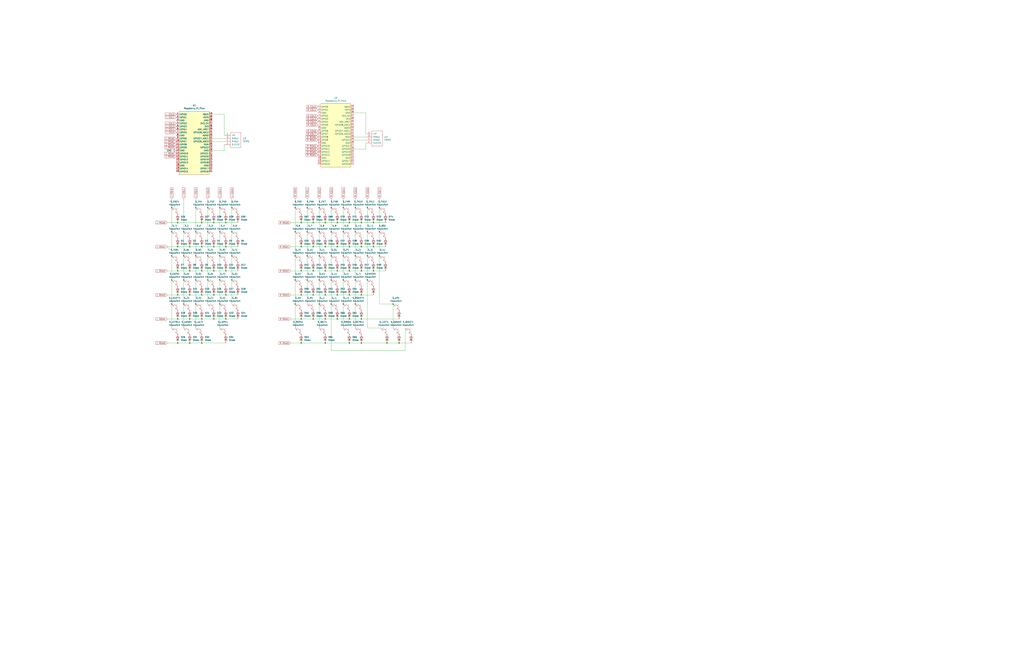
<source format=kicad_sch>
(kicad_sch (version 20231120) (generator "eeschema") (generator_version "8.0")
  (paper "D")
  (junction (at 185.42 236.22))
  (junction (at 304.8 228.6))
  (junction (at 289.56 215.9))
  (junction (at 180.34 187.96))
  (junction (at 170.18 269.24))
  (junction (at 254 248.92))
  (junction (at 144.78 215.9))
  (junction (at 248.92 236.22))
  (junction (at 254 269.24))
  (junction (at 248.92 175.26))
  (junction (at 154.94 195.58))
  (junction (at 274.32 248.92))
  (junction (at 180.34 248.92))
  (junction (at 294.64 228.6))
  (junction (at 309.88 236.22))
  (junction (at 160.02 228.6))
  (junction (at 284.48 208.28))
  (junction (at 185.42 256.54))
  (junction (at 289.56 236.22))
  (junction (at 284.48 269.24))
  (junction (at 294.64 289.56))
  (junction (at 149.86 208.28))
  (junction (at 154.94 215.9))
  (junction (at 284.48 248.92))
  (junction (at 248.92 215.9))
  (junction (at 294.64 208.28))
  (junction (at 299.72 215.9))
  (junction (at 299.72 175.26))
  (junction (at 170.18 208.28))
  (junction (at 190.5 248.92))
  (junction (at 175.26 195.58))
  (junction (at 304.8 208.28))
  (junction (at 279.4 215.9))
  (junction (at 294.64 269.24))
  (junction (at 269.24 215.9))
  (junction (at 314.96 208.28))
  (junction (at 304.8 289.56))
  (junction (at 289.56 175.26))
  (junction (at 269.24 236.22))
  (junction (at 336.55 289.56))
  (junction (at 190.5 228.6))
  (junction (at 144.78 236.22))
  (junction (at 195.58 215.9))
  (junction (at 279.4 175.26))
  (junction (at 154.94 256.54))
  (junction (at 320.04 195.58))
  (junction (at 190.5 208.28))
  (junction (at 160.02 289.56))
  (junction (at 149.86 269.24))
  (junction (at 180.34 228.6))
  (junction (at 299.72 195.58))
  (junction (at 284.48 187.96))
  (junction (at 279.4 195.58))
  (junction (at 269.24 256.54))
  (junction (at 269.24 175.26))
  (junction (at 170.18 228.6))
  (junction (at 190.5 187.96))
  (junction (at 185.42 195.58))
  (junction (at 299.72 256.54))
  (junction (at 254 289.56))
  (junction (at 165.1 175.26))
  (junction (at 304.8 187.96))
  (junction (at 279.4 236.22))
  (junction (at 195.58 195.58))
  (junction (at 259.08 195.58))
  (junction (at 165.1 256.54))
  (junction (at 154.94 236.22))
  (junction (at 284.48 228.6))
  (junction (at 309.88 175.26))
  (junction (at 160.02 208.28))
  (junction (at 294.64 248.92))
  (junction (at 274.32 269.24))
  (junction (at 185.42 175.26))
  (junction (at 289.56 256.54))
  (junction (at 254 208.28))
  (junction (at 304.8 269.24))
  (junction (at 264.16 187.96))
  (junction (at 165.1 236.22))
  (junction (at 264.16 228.6))
  (junction (at 304.8 248.92))
  (junction (at 185.42 215.9))
  (junction (at 289.56 195.58))
  (junction (at 259.08 236.22))
  (junction (at 170.18 248.92))
  (junction (at 274.32 289.56))
  (junction (at 149.86 187.96))
  (junction (at 314.96 187.96))
  (junction (at 170.18 187.96))
  (junction (at 160.02 248.92))
  (junction (at 259.08 175.26))
  (junction (at 279.4 256.54))
  (junction (at 314.96 228.6))
  (junction (at 309.88 195.58))
  (junction (at 248.92 256.54))
  (junction (at 160.02 269.24))
  (junction (at 144.78 175.26))
  (junction (at 190.5 269.24))
  (junction (at 264.16 269.24))
  (junction (at 269.24 195.58))
  (junction (at 195.58 236.22))
  (junction (at 195.58 175.26))
  (junction (at 326.39 289.56))
  (junction (at 294.64 187.96))
  (junction (at 149.86 248.92))
  (junction (at 149.86 289.56))
  (junction (at 180.34 269.24))
  (junction (at 274.32 187.96))
  (junction (at 149.86 228.6))
  (junction (at 254 228.6))
  (junction (at 254 187.96))
  (junction (at 274.32 228.6))
  (junction (at 309.88 215.9))
  (junction (at 175.26 236.22))
  (junction (at 264.16 208.28))
  (junction (at 175.26 175.26))
  (junction (at 144.78 195.58))
  (junction (at 320.04 175.26))
  (junction (at 274.32 208.28))
  (junction (at 175.26 215.9))
  (junction (at 259.08 215.9))
  (junction (at 248.92 195.58))
  (junction (at 320.04 215.9))
  (junction (at 170.18 289.56))
  (junction (at 299.72 236.22))
  (junction (at 180.34 208.28))
  (junction (at 144.78 256.54))
  (junction (at 264.16 248.92))
  (junction (at 165.1 195.58))
  (junction (at 331.47 256.54))
  (junction (at 165.1 215.9))
  (bus_entry (at 140.97 208.28) (size 2.54 2.54))
  (wire (pts (xy 140.97 187.96) (xy 149.86 187.96)))
  (wire (pts (xy 289.56 167.64) (xy 289.56 175.26)))
  (wire (pts (xy 175.26 167.64) (xy 175.26 175.26)))
  (wire (pts (xy 245.11 269.24) (xy 254 269.24)))
  (wire (pts (xy 154.94 236.22) (xy 154.94 256.54)))
  (wire (pts (xy 309.88 195.58) (xy 309.88 215.9)))
  (wire (pts (xy 284.48 248.92) (xy 294.64 248.92)))
  (wire (pts (xy 140.97 248.92) (xy 149.86 248.92)))
  (wire (pts (xy 309.88 175.26) (xy 309.88 195.58)))
  (wire (pts (xy 160.02 208.28) (xy 170.18 208.28)))
  (wire (pts (xy 264.16 187.96) (xy 274.32 187.96)))
  (wire (pts (xy 274.32 248.92) (xy 284.48 248.92)))
  (wire (pts (xy 170.18 269.24) (xy 180.34 269.24)))
  (wire (pts (xy 140.97 208.28) (xy 149.86 208.28)))
  (wire (pts (xy 154.94 167.64) (xy 154.94 195.58)))
  (wire (pts (xy 289.56 256.54) (xy 289.56 276.86)))
  (wire (pts (xy 289.56 175.26) (xy 289.56 195.58)))
  (wire (pts (xy 175.26 236.22) (xy 175.26 256.54)))
  (wire (pts (xy 304.8 289.56) (xy 326.39 289.56)))
  (wire (pts (xy 279.4 256.54) (xy 279.4 295.91)))
  (wire (pts (xy 279.4 236.22) (xy 279.4 256.54)))
  (wire (pts (xy 190.5 208.28) (xy 200.66 208.28)))
  (wire (pts (xy 185.42 195.58) (xy 185.42 215.9)))
  (wire (pts (xy 190.5 269.24) (xy 200.66 269.24)))
  (wire (pts (xy 189.23 96.52) (xy 189.23 114.3)))
  (wire (pts (xy 185.42 256.54) (xy 185.42 276.86)))
  (wire (pts (xy 248.92 175.26) (xy 248.92 195.58)))
  (wire (pts (xy 320.04 195.58) (xy 320.04 215.9)))
  (wire (pts (xy 289.56 215.9) (xy 289.56 236.22)))
  (wire (pts (xy 185.42 167.64) (xy 185.42 175.26)))
  (wire (pts (xy 299.72 195.58) (xy 299.72 215.9)))
  (wire (pts (xy 170.18 248.92) (xy 180.34 248.92)))
  (wire (pts (xy 195.58 195.58) (xy 195.58 215.9)))
  (wire (pts (xy 298.45 125.73) (xy 308.61 125.73)))
  (wire (pts (xy 175.26 195.58) (xy 175.26 215.9)))
  (wire (pts (xy 336.55 289.56) (xy 346.71 289.56)))
  (wire (pts (xy 248.92 236.22) (xy 248.92 256.54)))
  (wire (pts (xy 144.78 167.64) (xy 144.78 175.26)))
  (wire (pts (xy 269.24 236.22) (xy 269.24 256.54)))
  (wire (pts (xy 160.02 269.24) (xy 170.18 269.24)))
  (wire (pts (xy 165.1 195.58) (xy 165.1 215.9)))
  (wire (pts (xy 304.8 269.24) (xy 336.55 269.24)))
  (wire (pts (xy 180.34 187.96) (xy 190.5 187.96)))
  (wire (pts (xy 185.42 236.22) (xy 185.42 256.54)))
  (wire (pts (xy 279.4 215.9) (xy 279.4 236.22)))
  (wire (pts (xy 298.45 118.11) (xy 308.61 118.11)))
  (wire (pts (xy 269.24 256.54) (xy 269.24 276.86)))
  (wire (pts (xy 304.8 208.28) (xy 314.96 208.28)))
  (wire (pts (xy 175.26 215.9) (xy 175.26 236.22)))
  (wire (pts (xy 245.11 228.6) (xy 254 228.6)))
  (wire (pts (xy 299.72 215.9) (xy 299.72 236.22)))
  (wire (pts (xy 264.16 228.6) (xy 274.32 228.6)))
  (wire (pts (xy 140.97 289.56) (xy 149.86 289.56)))
  (wire (pts (xy 298.45 95.25) (xy 308.61 95.25)))
  (wire (pts (xy 140.97 228.6) (xy 149.86 228.6)))
  (wire (pts (xy 248.92 167.64) (xy 248.92 175.26)))
  (wire (pts (xy 179.07 96.52) (xy 189.23 96.52)))
  (wire (pts (xy 189.23 127) (xy 189.23 121.92)))
  (wire (pts (xy 314.96 187.96) (xy 325.12 187.96)))
  (wire (pts (xy 144.78 215.9) (xy 144.78 236.22)))
  (wire (pts (xy 269.24 215.9) (xy 269.24 236.22)))
  (wire (pts (xy 259.08 175.26) (xy 259.08 195.58)))
  (wire (pts (xy 331.47 256.54) (xy 331.47 276.86)))
  (wire (pts (xy 304.8 228.6) (xy 314.96 228.6)))
  (wire (pts (xy 180.34 248.92) (xy 190.5 248.92)))
  (wire (pts (xy 294.64 228.6) (xy 304.8 228.6)))
  (wire (pts (xy 180.34 228.6) (xy 190.5 228.6)))
  (wire (pts (xy 284.48 269.24) (xy 294.64 269.24)))
  (wire (pts (xy 190.5 248.92) (xy 200.66 248.92)))
  (wire (pts (xy 195.58 175.26) (xy 195.58 195.58)))
  (wire (pts (xy 165.1 167.64) (xy 165.1 175.26)))
  (wire (pts (xy 304.8 187.96) (xy 314.96 187.96)))
  (wire (pts (xy 284.48 228.6) (xy 294.64 228.6)))
  (wire (pts (xy 314.96 228.6) (xy 325.12 228.6)))
  (wire (pts (xy 165.1 175.26) (xy 165.1 195.58)))
  (wire (pts (xy 245.11 289.56) (xy 254 289.56)))
  (wire (pts (xy 160.02 289.56) (xy 170.18 289.56)))
  (wire (pts (xy 309.88 276.86) (xy 309.88 236.22)))
  (wire (pts (xy 190.5 228.6) (xy 200.66 228.6)))
  (wire (pts (xy 279.4 167.64) (xy 279.4 175.26)))
  (wire (pts (xy 160.02 248.92) (xy 170.18 248.92)))
  (wire (pts (xy 185.42 215.9) (xy 185.42 236.22)))
  (wire (pts (xy 274.32 208.28) (xy 284.48 208.28)))
  (wire (pts (xy 259.08 236.22) (xy 259.08 256.54)))
  (wire (pts (xy 170.18 208.28) (xy 180.34 208.28)))
  (wire (pts (xy 341.63 276.86) (xy 341.63 295.91)))
  (wire (pts (xy 299.72 175.26) (xy 299.72 195.58)))
  (wire (pts (xy 144.78 236.22) (xy 144.78 256.54)))
  (wire (pts (xy 294.64 248.92) (xy 304.8 248.92)))
  (wire (pts (xy 298.45 115.57) (xy 308.61 115.57)))
  (wire (pts (xy 254 208.28) (xy 264.16 208.28)))
  (wire (pts (xy 269.24 175.26) (xy 269.24 195.58)))
  (wire (pts (xy 254 269.24) (xy 264.16 269.24)))
  (wire (pts (xy 259.08 215.9) (xy 259.08 236.22)))
  (wire (pts (xy 304.8 248.92) (xy 314.96 248.92)))
  (wire (pts (xy 289.56 236.22) (xy 289.56 256.54)))
  (wire (pts (xy 190.5 187.96) (xy 200.66 187.96)))
  (wire (pts (xy 245.11 248.92) (xy 254 248.92)))
  (wire (pts (xy 284.48 208.28) (xy 294.64 208.28)))
  (wire (pts (xy 245.11 208.28) (xy 254 208.28)))
  (wire (pts (xy 326.39 289.56) (xy 336.55 289.56)))
  (wire (pts (xy 170.18 187.96) (xy 180.34 187.96)))
  (wire (pts (xy 259.08 167.64) (xy 259.08 175.26)))
  (wire (pts (xy 264.16 208.28) (xy 274.32 208.28)))
  (wire (pts (xy 314.96 208.28) (xy 325.12 208.28)))
  (wire (pts (xy 195.58 167.64) (xy 195.58 175.26)))
  (wire (pts (xy 170.18 228.6) (xy 180.34 228.6)))
  (wire (pts (xy 245.11 187.96) (xy 254 187.96)))
  (wire (pts (xy 284.48 187.96) (xy 294.64 187.96)))
  (wire (pts (xy 144.78 175.26) (xy 144.78 195.58)))
  (wire (pts (xy 274.32 228.6) (xy 284.48 228.6)))
  (wire (pts (xy 279.4 195.58) (xy 279.4 215.9)))
  (wire (pts (xy 309.88 215.9) (xy 309.88 236.22)))
  (wire (pts (xy 274.32 269.24) (xy 284.48 269.24)))
  (wire (pts (xy 154.94 215.9) (xy 154.94 236.22)))
  (wire (pts (xy 294.64 187.96) (xy 304.8 187.96)))
  (wire (pts (xy 149.86 289.56) (xy 160.02 289.56)))
  (wire (pts (xy 149.86 248.92) (xy 160.02 248.92)))
  (wire (pts (xy 299.72 167.64) (xy 299.72 175.26)))
  (wire (pts (xy 248.92 215.9) (xy 248.92 236.22)))
  (wire (pts (xy 279.4 295.91) (xy 341.63 295.91)))
  (wire (pts (xy 309.88 167.64) (xy 309.88 175.26)))
  (wire (pts (xy 254 248.92) (xy 264.16 248.92)))
  (wire (pts (xy 180.34 269.24) (xy 190.5 269.24)))
  (wire (pts (xy 248.92 195.58) (xy 248.92 215.9)))
  (wire (pts (xy 279.4 175.26) (xy 279.4 195.58)))
  (wire (pts (xy 195.58 236.22) (xy 195.58 256.54)))
  (wire (pts (xy 320.04 215.9) (xy 320.04 256.54)))
  (wire (pts (xy 144.78 195.58) (xy 144.78 215.9)))
  (wire (pts (xy 179.07 119.38) (xy 189.23 119.38)))
  (wire (pts (xy 149.86 208.28) (xy 160.02 208.28)))
  (wire (pts (xy 320.04 167.64) (xy 320.04 175.26)))
  (wire (pts (xy 259.08 195.58) (xy 259.08 215.9)))
  (wire (pts (xy 269.24 195.58) (xy 269.24 215.9)))
  (wire (pts (xy 180.34 208.28) (xy 190.5 208.28)))
  (wire (pts (xy 320.04 175.26) (xy 320.04 195.58)))
  (wire (pts (xy 144.78 256.54) (xy 144.78 276.86)))
  (wire (pts (xy 294.64 208.28) (xy 304.8 208.28)))
  (wire (pts (xy 179.07 127) (xy 189.23 127)))
  (wire (pts (xy 195.58 215.9) (xy 195.58 236.22)))
  (wire (pts (xy 149.86 269.24) (xy 160.02 269.24)))
  (wire (pts (xy 274.32 187.96) (xy 284.48 187.96)))
  (wire (pts (xy 321.31 276.86) (xy 309.88 276.86)))
  (wire (pts (xy 165.1 215.9) (xy 165.1 236.22)))
  (wire (pts (xy 274.32 289.56) (xy 294.64 289.56)))
  (wire (pts (xy 289.56 195.58) (xy 289.56 215.9)))
  (wire (pts (xy 154.94 195.58) (xy 154.94 215.9)))
  (wire (pts (xy 254 228.6) (xy 264.16 228.6)))
  (wire (pts (xy 308.61 95.25) (xy 308.61 113.03)))
  (wire (pts (xy 308.61 125.73) (xy 308.61 120.65)))
  (wire (pts (xy 149.86 228.6) (xy 160.02 228.6)))
  (wire (pts (xy 254 289.56) (xy 274.32 289.56)))
  (wire (pts (xy 294.64 269.24) (xy 304.8 269.24)))
  (wire (pts (xy 165.1 236.22) (xy 165.1 256.54)))
  (wire (pts (xy 248.92 256.54) (xy 248.92 276.86)))
  (wire (pts (xy 294.64 289.56) (xy 304.8 289.56)))
  (wire (pts (xy 160.02 228.6) (xy 170.18 228.6)))
  (wire (pts (xy 185.42 175.26) (xy 185.42 195.58)))
  (wire (pts (xy 254 187.96) (xy 264.16 187.96)))
  (wire (pts (xy 149.86 187.96) (xy 170.18 187.96)))
  (wire (pts (xy 140.97 269.24) (xy 149.86 269.24)))
  (wire (pts (xy 170.18 289.56) (xy 190.5 289.56)))
  (wire (pts (xy 165.1 256.54) (xy 165.1 276.86)))
  (wire (pts (xy 269.24 167.64) (xy 269.24 175.26)))
  (wire (pts (xy 320.04 256.54) (xy 331.47 256.54)))
  (wire (pts (xy 264.16 248.92) (xy 274.32 248.92)))
  (wire (pts (xy 299.72 256.54) (xy 299.72 276.86)))
  (wire (pts (xy 175.26 175.26) (xy 175.26 195.58)))
  (wire (pts (xy 154.94 256.54) (xy 154.94 276.86)))
  (wire (pts (xy 299.72 236.22) (xy 299.72 256.54)))
  (wire (pts (xy 264.16 269.24) (xy 274.32 269.24)))
  (wire (pts (xy 179.07 116.84) (xy 189.23 116.84)))
  (global_label "R COL0" (shape input) (at 267.97 90.17 180) (property "Intersheetrefs" "${INTERSHEET_REFS}" (effects (hide yes))))
  (global_label "L ROW4" (shape input) (at 148.59 129.54 180) (property "Intersheetrefs" "${INTERSHEET_REFS}" (effects (hide yes))))
  (global_label "R ROW4" (shape input) (at 267.97 130.81 180) (property "Intersheetrefs" "${INTERSHEET_REFS}" (effects (hide yes))))
  (global_label "R ROW2" (shape input) (at 267.97 123.19 180) (property "Intersheetrefs" "${INTERSHEET_REFS}" (effects (hide yes))))
  (global_label "L COL0" (shape input) (at 148.59 96.52 180) (property "Intersheetrefs" "${INTERSHEET_REFS}" (effects (hide yes))))
  (global_label "L ROW5" (shape input) (at 148.59 132.08 180) (property "Intersheetrefs" "${INTERSHEET_REFS}" (effects (hide yes))))
  (global_label "R ROW1" (shape input) (at 267.97 118.11 180) (property "Intersheetrefs" "${INTERSHEET_REFS}" (effects (hide yes))))
  (global_label "R ROW5" (shape input) (at 267.97 128.27 180) (property "Intersheetrefs" "${INTERSHEET_REFS}" (effects (hide yes))))
  (global_label "R COL5" (shape input) (at 299.72 167.64 90) (property "Intersheetrefs" "${INTERSHEET_REFS}" (effects (hide yes))))
  (global_label "L ROW3" (shape input) (at 148.59 124.46 180) (property "Intersheetrefs" "${INTERSHEET_REFS}" (effects (hide yes))))
  (global_label "L COL4" (shape input) (at 148.59 109.22 180) (property "Intersheetrefs" "${INTERSHEET_REFS}" (effects (hide yes))))
  (global_label "L ROW0" (shape input) (at 148.59 116.84 180) (property "Intersheetrefs" "${INTERSHEET_REFS}" (effects (hide yes))))
  (global_label "L COL4" (shape input) (at 185.42 167.64 90) (property "Intersheetrefs" "${INTERSHEET_REFS}" (effects (hide yes))))
  (global_label "L ROW3" (shape input) (at 140.97 248.92 180) (property "Intersheetrefs" "${INTERSHEET_REFS}" (effects (hide yes))))
  (global_label "R ROW5" (shape input) (at 245.11 289.56 180) (property "Intersheetrefs" "${INTERSHEET_REFS}" (effects (hide yes))))
  (global_label "R COL1" (shape input) (at 259.08 167.64 90) (property "Intersheetrefs" "${INTERSHEET_REFS}" (effects (hide yes))))
  (global_label "L ROW2" (shape input) (at 140.97 228.6 180) (property "Intersheetrefs" "${INTERSHEET_REFS}" (effects (hide yes))))
  (global_label "R COL6" (shape input) (at 309.88 167.64 90) (property "Intersheetrefs" "${INTERSHEET_REFS}" (effects (hide yes))))
  (global_label "L ROW2" (shape input) (at 148.59 121.92 180) (property "Intersheetrefs" "${INTERSHEET_REFS}" (effects (hide yes))))
  (global_label "R ROW4" (shape input) (at 245.11 269.24 180) (property "Intersheetrefs" "${INTERSHEET_REFS}" (effects (hide yes))))
  (global_label "R ROW1" (shape input) (at 245.11 208.28 180) (property "Intersheetrefs" "${INTERSHEET_REFS}" (effects (hide yes))))
  (global_label "L COL2" (shape input) (at 148.59 104.14 180) (property "Intersheetrefs" "${INTERSHEET_REFS}" (effects (hide yes))))
  (global_label "L ROW4" (shape input) (at 140.97 269.24 180) (property "Intersheetrefs" "${INTERSHEET_REFS}" (effects (hide yes))))
  (global_label "R COL4" (shape input) (at 289.56 167.64 90) (property "Intersheetrefs" "${INTERSHEET_REFS}" (effects (hide yes))))
  (global_label "L COL5" (shape input) (at 195.58 167.64 90) (property "Intersheetrefs" "${INTERSHEET_REFS}" (effects (hide yes))))
  (global_label "R COL5" (shape input) (at 267.97 105.41 180) (property "Intersheetrefs" "${INTERSHEET_REFS}" (effects (hide yes))))
  (global_label "R ROW3" (shape input) (at 267.97 125.73 180) (property "Intersheetrefs" "${INTERSHEET_REFS}" (effects (hide yes))))
  (global_label "R COL7" (shape input) (at 267.97 113.03 180) (property "Intersheetrefs" "${INTERSHEET_REFS}" (effects (hide yes))))
  (global_label "L COL0" (shape input) (at 144.78 167.64 90) (property "Intersheetrefs" "${INTERSHEET_REFS}" (effects (hide yes))))
  (global_label "R COL6" (shape input) (at 267.97 110.49 180) (property "Intersheetrefs" "${INTERSHEET_REFS}" (effects (hide yes))))
  (global_label "R COL2" (shape input) (at 269.24 167.64 90) (property "Intersheetrefs" "${INTERSHEET_REFS}" (effects (hide yes))))
  (global_label "R ROW0" (shape input) (at 267.97 115.57 180) (property "Intersheetrefs" "${INTERSHEET_REFS}" (effects (hide yes))))
  (global_label "L ROW0" (shape input) (at 140.97 187.96 180) (property "Intersheetrefs" "${INTERSHEET_REFS}" (effects (hide yes))))
  (global_label "L COL2" (shape input) (at 165.1 167.64 90) (property "Intersheetrefs" "${INTERSHEET_REFS}" (effects (hide yes))))
  (global_label "L COL5" (shape input) (at 148.59 111.76 180) (property "Intersheetrefs" "${INTERSHEET_REFS}" (effects (hide yes))))
  (global_label "R ROW0" (shape input) (at 245.11 187.96 180) (property "Intersheetrefs" "${INTERSHEET_REFS}" (effects (hide yes))))
  (global_label "L ROW1" (shape input) (at 148.59 119.38 180) (property "Intersheetrefs" "${INTERSHEET_REFS}" (effects (hide yes))))
  (global_label "L COL3" (shape input) (at 175.26 167.64 90) (property "Intersheetrefs" "${INTERSHEET_REFS}" (effects (hide yes))))
  (global_label "L COL1" (shape input) (at 148.59 99.06 180) (property "Intersheetrefs" "${INTERSHEET_REFS}" (effects (hide yes))))
  (global_label "R COL3" (shape input) (at 267.97 100.33 180) (property "Intersheetrefs" "${INTERSHEET_REFS}" (effects (hide yes))))
  (global_label "R COL2" (shape input) (at 267.97 97.79 180) (property "Intersheetrefs" "${INTERSHEET_REFS}" (effects (hide yes))))
  (global_label "R COL4" (shape input) (at 267.97 102.87 180) (property "Intersheetrefs" "${INTERSHEET_REFS}" (effects (hide yes))))
  (global_label "R ROW3" (shape input) (at 245.11 248.92 180) (property "Intersheetrefs" "${INTERSHEET_REFS}" (effects (hide yes))))
  (global_label "L ROW1" (shape input) (at 140.97 208.28 180) (property "Intersheetrefs" "${INTERSHEET_REFS}" (effects (hide yes))))
  (global_label "L ROW5" (shape input) (at 140.97 289.56 180) (property "Intersheetrefs" "${INTERSHEET_REFS}" (effects (hide yes))))
  (global_label "R COL1" (shape input) (at 267.97 92.71 180) (property "Intersheetrefs" "${INTERSHEET_REFS}" (effects (hide yes))))
  (global_label "R COL7" (shape input) (at 320.04 167.64 90) (property "Intersheetrefs" "${INTERSHEET_REFS}" (effects (hide yes))))
  (global_label "L COL3" (shape input) (at 148.59 106.68 180) (property "Intersheetrefs" "${INTERSHEET_REFS}" (effects (hide yes))))
  (global_label "R ROW2" (shape input) (at 245.11 228.6 180) (property "Intersheetrefs" "${INTERSHEET_REFS}" (effects (hide yes))))
  (global_label "R COL3" (shape input) (at 279.4 167.64 90) (property "Intersheetrefs" "${INTERSHEET_REFS}" (effects (hide yes))))
  (global_label "L COL1" (shape input) (at 154.94 167.64 90) (property "Intersheetrefs" "${INTERSHEET_REFS}" (effects (hide yes))))
  (global_label "R COL0" (shape input) (at 248.92 167.64 90) (property "Intersheetrefs" "${INTERSHEET_REFS}" (effects (hide yes))))
  (symbol (lib_id "ScottoKeebs:Placeholder_Diode") (at 160.02 204.47 90) (unit 1)
    (property "Reference" "D2" (at 162.56 203.1999 90) (effects (justify right)))
    (property "Value" "Diode" (at 162.56 205.7399 90) (effects (justify right)))
    (property "Footprint" "Diode_THT:D_DO-35_SOD27_P7.62mm_Horizontal" (effects (hide yes)))
    (property "Description" "1N4148 (DO-35) or 1N4148W (SOD-123)" (effects (hide yes)))
    (property "Sim.Device" "D" (effects (hide yes)))
    (property "Sim.Pins" "1=K 2=A" (effects (hide yes)))
  )
  (symbol (lib_id "ScottoKeebs:Placeholder_Keyswitch") (at 271.78 259.08 0) (unit 1)
    (property "Reference" "S_,1" (at 271.78 251.46 0))
    (property "Value" "Keyswitch" (at 271.78 254 0))
    (property "Footprint" "ScottoKeebs_Hotswap:Hotswap_MX_1.00u" (effects (hide yes)))
    (property "Description" "Push button switch, normally open, two pins, 45° tilted" (effects (hide yes)))
  )
  (symbol (lib_id "ScottoKeebs:Placeholder_Keyswitch") (at 167.64 279.4 0) (unit 1)
    (property "Reference" "S_LALT1" (at 167.64 271.78 0))
    (property "Value" "Keyswitch" (at 167.64 274.32 0))
    (property "Footprint" "ScottoKeebs_Hotswap:Hotswap_MX_1.25u" (effects (hide yes)))
    (property "Description" "Push button switch, normally open, two pins, 45° tilted" (effects (hide yes)))
  )
  (symbol (lib_id "ScottoKeebs:Placeholder_Keyswitch") (at 312.42 218.44 0) (unit 1)
    (property "Reference" "S_]1" (at 312.42 210.82 0))
    (property "Value" "Keyswitch" (at 312.42 213.36 0))
    (property "Footprint" "ScottoKeebs_Hotswap:Hotswap_MX_1.00u" (effects (hide yes)))
    (property "Description" "Push button switch, normally open, two pins, 45° tilted" (effects (hide yes)))
  )
  (symbol (lib_id "ScottoKeebs:Placeholder_Keyswitch") (at 187.96 177.8 0) (unit 1)
    (property "Reference" "S_FN3" (at 187.96 170.18 0))
    (property "Value" "Keyswitch" (at 187.96 172.72 0))
    (property "Footprint" "ScottoKeebs_Hotswap:Hotswap_MX_1.00u" (effects (hide yes)))
    (property "Description" "Push button switch, normally open, two pins, 45° tilted" (effects (hide yes)))
  )
  (symbol (lib_id "ScottoKeebs:Placeholder_Keyswitch") (at 281.94 238.76 0) (unit 1)
    (property "Reference" "S_L1" (at 281.94 231.14 0))
    (property "Value" "Keyswitch" (at 281.94 233.68 0))
    (property "Footprint" "ScottoKeebs_Hotswap:Hotswap_MX_1.00u" (effects (hide yes)))
    (property "Description" "Push button switch, normally open, two pins, 45° tilted" (effects (hide yes)))
  )
  (symbol (lib_id "ScottoKeebs:Placeholder_Diode") (at 254 204.47 90) (unit 1)
    (property "Reference" "D33" (at 256.54 203.1999 90) (effects (justify right)))
    (property "Value" "Diode" (at 256.54 205.7399 90) (effects (justify right)))
    (property "Footprint" "Diode_THT:D_DO-35_SOD27_P7.62mm_Horizontal" (effects (hide yes)))
    (property "Description" "1N4148 (DO-35) or 1N4148W (SOD-123)" (effects (hide yes)))
    (property "Sim.Device" "D" (effects (hide yes)))
    (property "Sim.Pins" "1=K 2=A" (effects (hide yes)))
  )
  (symbol (lib_id "ScottoKeebs:Placeholder_Diode") (at 149.86 245.11 90) (unit 1)
    (property "Reference" "D13" (at 152.4 243.8399 90) (effects (justify right)))
    (property "Value" "Diode" (at 152.4 246.3799 90) (effects (justify right)))
    (property "Footprint" "Diode_THT:D_DO-35_SOD27_P7.62mm_Horizontal" (effects (hide yes)))
    (property "Description" "1N4148 (DO-35) or 1N4148W (SOD-123)" (effects (hide yes)))
    (property "Sim.Device" "D" (effects (hide yes)))
    (property "Sim.Pins" "1=K 2=A" (effects (hide yes)))
  )
  (symbol (lib_id "ScottoKeebs:Placeholder_Keyswitch") (at 292.1 198.12 0) (unit 1)
    (property "Reference" "S_0" (at 292.1 190.5 0))
    (property "Value" "Keyswitch" (at 292.1 193.04 0))
    (property "Footprint" "ScottoKeebs_Hotswap:Hotswap_MX_1.00u" (effects (hide yes)))
    (property "Description" "Push button switch, normally open, two pins, 45° tilted" (effects (hide yes)))
  )
  (symbol (lib_id "ScottoKeebs:Placeholder_Diode") (at 274.32 265.43 90) (unit 1)
    (property "Reference" "D59" (at 276.86 264.1599 90) (effects (justify right)))
    (property "Value" "Diode" (at 276.86 266.6999 90) (effects (justify right)))
    (property "Footprint" "Diode_THT:D_DO-35_SOD27_P7.62mm_Horizontal" (effects (hide yes)))
    (property "Description" "1N4148 (DO-35) or 1N4148W (SOD-123)" (effects (hide yes)))
    (property "Sim.Device" "D" (effects (hide yes)))
    (property "Sim.Pins" "1=K 2=A" (effects (hide yes)))
  )
  (symbol (lib_id "ScottoKeebs:Placeholder_Keyswitch") (at 281.94 259.08 0) (unit 1)
    (property "Reference" "S_.1" (at 281.94 251.46 0))
    (property "Value" "Keyswitch" (at 281.94 254 0))
    (property "Footprint" "ScottoKeebs_Hotswap:Hotswap_MX_1.00u" (effects (hide yes)))
    (property "Description" "Push button switch, normally open, two pins, 45° tilted" (effects (hide yes)))
  )
  (symbol (lib_id "ScottoKeebs:Placeholder_Diode") (at 190.5 285.75 90) (unit 1)
    (property "Reference" "D34" (at 193.04 284.4799 90) (effects (justify right)))
    (property "Value" "Diode" (at 193.04 287.0199 90) (effects (justify right)))
    (property "Footprint" "Diode_THT:D_DO-35_SOD27_P7.62mm_Horizontal" (effects (hide yes)))
    (property "Description" "1N4148 (DO-35) or 1N4148W (SOD-123)" (effects (hide yes)))
    (property "Sim.Device" "D" (effects (hide yes)))
    (property "Sim.Pins" "1=K 2=A" (effects (hide yes)))
  )
  (symbol (lib_id "power:GND") (at 148.59 127 270) (unit 1)
    (property "Reference" "#PWR07" (effects (hide yes)))
    (property "Value" "GND" (at 144.78 126.9999 90) (effects (justify right)))
    (property "Description" "Power symbol creates a global label with name \"GND\" , ground" (effects (hide yes)))
  )
  (symbol (lib_id "ScottoKeebs:Placeholder_Diode") (at 149.86 184.15 90) (unit 1)
    (property "Reference" "D25" (at 152.4 182.8799 90) (effects (justify right)))
    (property "Value" "Diode" (at 152.4 185.4199 90) (effects (justify right)))
    (property "Footprint" "Diode_THT:D_DO-35_SOD27_P7.62mm_Horizontal" (effects (hide yes)))
    (property "Description" "1N4148 (DO-35) or 1N4148W (SOD-123)" (effects (hide yes)))
    (property "Sim.Device" "D" (effects (hide yes)))
    (property "Sim.Pins" "1=K 2=A" (effects (hide yes)))
  )
  (symbol (lib_id "ScottoKeebs:Placeholder_Keyswitch") (at 344.17 279.4 0) (unit 1)
    (property "Reference" "S_RIGHT1" (at 344.17 271.78 0))
    (property "Value" "Keyswitch" (at 344.17 274.32 0))
    (property "Footprint" "ScottoKeebs_Hotswap:Hotswap_MX_1.00u" (effects (hide yes)))
    (property "Description" "Push button switch, normally open, two pins, 45° tilted" (effects (hide yes)))
  )
  (symbol (lib_id "ScottoKeebs:Placeholder_Keyswitch") (at 167.64 238.76 0) (unit 1)
    (property "Reference" "S_S1" (at 167.64 231.14 0))
    (property "Value" "Keyswitch" (at 167.64 233.68 0))
    (property "Footprint" "ScottoKeebs_Hotswap:Hotswap_MX_1.00u" (effects (hide yes)))
    (property "Description" "Push button switch, normally open, two pins, 45° tilted" (effects (hide yes)))
  )
  (symbol (lib_id "ScottoKeebs:Placeholder_Keyswitch") (at 167.64 177.8 0) (unit 1)
    (property "Reference" "S_FN1" (at 167.64 170.18 0))
    (property "Value" "Keyswitch" (at 167.64 172.72 0))
    (property "Footprint" "ScottoKeebs_Hotswap:Hotswap_MX_1.00u" (effects (hide yes)))
    (property "Description" "Push button switch, normally open, two pins, 45° tilted" (effects (hide yes)))
  )
  (symbol (lib_id "ScottoKeebs:Placeholder_Keyswitch") (at 147.32 218.44 0) (unit 1)
    (property "Reference" "S_TAB1" (at 147.32 210.82 0))
    (property "Value" "Keyswitch" (at 147.32 213.36 0))
    (property "Footprint" "ScottoKeebs_Hotswap:Hotswap_MX_1.50u" (effects (hide yes)))
    (property "Description" "Push button switch, normally open, two pins, 45° tilted" (effects (hide yes)))
  )
  (symbol (lib_id "ScottoKeebs:Placeholder_Keyswitch") (at 261.62 259.08 0) (unit 1)
    (property "Reference" "S_M1" (at 261.62 251.46 0))
    (property "Value" "Keyswitch" (at 261.62 254 0))
    (property "Footprint" "ScottoKeebs_Hotswap:Hotswap_MX_1.00u" (effects (hide yes)))
    (property "Description" "Push button switch, normally open, two pins, 45° tilted" (effects (hide yes)))
  )
  (symbol (lib_id "ScottoKeebs:Placeholder_Diode") (at 284.48 184.15 90) (unit 1)
    (property "Reference" "D70" (at 287.02 182.8799 90) (effects (justify right)))
    (property "Value" "Diode" (at 287.02 185.4199 90) (effects (justify right)))
    (property "Footprint" "Diode_THT:D_DO-35_SOD27_P7.62mm_Horizontal" (effects (hide yes)))
    (property "Description" "1N4148 (DO-35) or 1N4148W (SOD-123)" (effects (hide yes)))
    (property "Sim.Device" "D" (effects (hide yes)))
    (property "Sim.Pins" "1=K 2=A" (effects (hide yes)))
  )
  (symbol (lib_id "ScottoKeebs:Placeholder_Keyswitch") (at 167.64 218.44 0) (unit 1)
    (property "Reference" "S_W1" (at 167.64 210.82 0))
    (property "Value" "Keyswitch" (at 167.64 213.36 0))
    (property "Footprint" "ScottoKeebs_Hotswap:Hotswap_MX_1.00u" (effects (hide yes)))
    (property "Description" "Push button switch, normally open, two pins, 45° tilted" (effects (hide yes)))
  )
  (symbol (lib_id "ScottoKeebs:Placeholder_Diode") (at 170.18 265.43 90) (unit 1)
    (property "Reference" "D21" (at 172.72 264.1599 90) (effects (justify right)))
    (property "Value" "Diode" (at 172.72 266.6999 90) (effects (justify right)))
    (property "Footprint" "Diode_THT:D_DO-35_SOD27_P7.62mm_Horizontal" (effects (hide yes)))
    (property "Description" "1N4148 (DO-35) or 1N4148W (SOD-123)" (effects (hide yes)))
    (property "Sim.Device" "D" (effects (hide yes)))
    (property "Sim.Pins" "1=K 2=A" (effects (hide yes)))
  )
  (symbol (lib_id "ScottoKeebs:MCU_Raspberry_Pi_Pico") (at 163.83 120.65 0) (unit 1)
    (property "Reference" "U1" (at 163.83 88.9 0))
    (property "Value" "Raspberry_Pi_Pico" (at 163.83 91.44 0))
    (property "Footprint" "ScottoKeebs_MCU:Raspberry_Pi_Pico" (effects (hide yes)))
  )
  (symbol (lib_id "ScottoKeebs:Placeholder_Diode") (at 326.39 285.75 90) (unit 1)
    (property "Reference" "D75" (effects (hide yes)))
    (property "Value" "Diode" (effects (hide yes)))
    (property "Footprint" "Diode_THT:D_DO-35_SOD27_P7.62mm_Horizontal" (effects (hide yes)))
    (property "Description" "1N4148 (DO-35) or 1N4148W (SOD-123)" (effects (hide yes)))
    (property "Sim.Device" "D" (effects (hide yes)))
    (property "Sim.Pins" "1=K 2=A" (effects (hide yes)))
  )
  (symbol (lib_id "ScottoKeebs:Placeholder_Keyswitch") (at 147.32 259.08 0) (unit 1)
    (property "Reference" "S_LSHIFT1" (at 147.32 251.46 0))
    (property "Value" "Keyswitch" (at 147.32 254 0))
    (property "Footprint" "ScottoKeebs_Hotswap:Hotswap_MX_1.50u" (effects (hide yes)))
    (property "Description" "Push button switch, normally open, two pins, 45° tilted" (effects (hide yes)))
  )
  (symbol (lib_id "ScottoKeebs:Placeholder_Keyswitch") (at 251.46 279.4 0) (unit 1)
    (property "Reference" "S_RSPC1" (at 251.46 271.78 0))
    (property "Value" "Keyswitch" (at 251.46 274.32 0))
    (property "Footprint" "ScottoKeebs_Hotswap:Hotswap_MX_2.50u" (effects (hide yes)))
    (property "Description" "Push button switch, normally open, two pins, 45° tilted" (effects (hide yes)))
  )
  (symbol (lib_id "ScottoKeebs:Placeholder_Diode") (at 325.12 224.79 90) (unit 1)
    (property "Reference" "D49" (effects (hide yes)))
    (property "Value" "Diode" (effects (hide yes)))
    (property "Footprint" "Diode_THT:D_DO-35_SOD27_P7.62mm_Horizontal" (effects (hide yes)))
    (property "Description" "1N4148 (DO-35) or 1N4148W (SOD-123)" (effects (hide yes)))
    (property "Sim.Device" "D" (effects (hide yes)))
    (property "Sim.Pins" "1=K 2=A" (effects (hide yes)))
  )
  (symbol (lib_id "ScottoKeebs:Placeholder_Keyswitch") (at 302.26 259.08 0) (unit 1)
    (property "Reference" "S_RSHIFT1" (at 302.26 251.46 0))
    (property "Value" "Keyswitch" (at 302.26 254 0))
    (property "Footprint" "ScottoKeebs_Hotswap:Hotswap_MX_2.00u" (effects (hide yes)))
    (property "Description" "Push button switch, normally open, two pins, 45° tilted" (effects (hide yes)))
  )
  (symbol (lib_id "ScottoKeebs:Placeholder_Keyswitch") (at 302.26 279.4 0) (unit 1)
    (property "Reference" "S_RCTRL1" (at 302.26 271.78 0))
    (property "Value" "Keyswitch" (at 302.26 274.32 0))
    (property "Footprint" "ScottoKeebs_Hotswap:Hotswap_MX_1.25u" (effects (hide yes)))
    (property "Description" "Push button switch, normally open, two pins, 45° tilted" (effects (hide yes)))
  )
  (symbol (lib_id "ScottoKeebs:Placeholder_Diode") (at 200.66 204.47 90) (unit 1)
    (property "Reference" "D6" (at 203.2 203.1999 90) (effects (justify right)))
    (property "Value" "Diode" (at 203.2 205.7399 90) (effects (justify right)))
    (property "Footprint" "Diode_THT:D_DO-35_SOD27_P7.62mm_Horizontal" (effects (hide yes)))
    (property "Description" "1N4148 (DO-35) or 1N4148W (SOD-123)" (effects (hide yes)))
    (property "Sim.Device" "D" (effects (hide yes)))
    (property "Sim.Pins" "1=K 2=A" (effects (hide yes)))
  )
  (symbol (lib_id "ScottoKeebs:Placeholder_Diode") (at 294.64 204.47 90) (unit 1)
    (property "Reference" "D38" (at 297.18 203.1999 90) (effects (justify right)))
    (property "Value" "Diode" (at 297.18 205.7399 90) (effects (justify right)))
    (property "Footprint" "Diode_THT:D_DO-35_SOD27_P7.62mm_Horizontal" (effects (hide yes)))
    (property "Description" "1N4148 (DO-35) or 1N4148W (SOD-123)" (effects (hide yes)))
    (property "Sim.Device" "D" (effects (hide yes)))
    (property "Sim.Pins" "1=K 2=A" (effects (hide yes)))
  )
  (symbol (lib_id "ScottoKeebs:Placeholder_Diode") (at 190.5 224.79 90) (unit 1)
    (property "Reference" "D11" (at 193.04 223.5199 90) (effects (justify right)))
    (property "Value" "Diode" (at 193.04 226.0599 90) (effects (justify right)))
    (property "Footprint" "Diode_THT:D_DO-35_SOD27_P7.62mm_Horizontal" (effects (hide yes)))
    (property "Description" "1N4148 (DO-35) or 1N4148W (SOD-123)" (effects (hide yes)))
    (property "Sim.Device" "D" (effects (hide yes)))
    (property "Sim.Pins" "1=K 2=A" (effects (hide yes)))
  )
  (symbol (lib_id "ScottoKeebs:Placeholder_Diode") (at 200.66 245.11 90) (unit 1)
    (property "Reference" "D18" (at 203.2 243.8399 90) (effects (justify right)))
    (property "Value" "Diode" (at 203.2 246.3799 90) (effects (justify right)))
    (property "Footprint" "Diode_THT:D_DO-35_SOD27_P7.62mm_Horizontal" (effects (hide yes)))
    (property "Description" "1N4148 (DO-35) or 1N4148W (SOD-123)" (effects (hide yes)))
    (property "Sim.Device" "D" (effects (hide yes)))
    (property "Sim.Pins" "1=K 2=A" (effects (hide yes)))
  )
  (symbol (lib_id "ScottoKeebs:Placeholder_Diode") (at 160.02 265.43 90) (unit 1)
    (property "Reference" "D20" (at 162.56 264.1599 90) (effects (justify right)))
    (property "Value" "Diode" (at 162.56 266.6999 90) (effects (justify right)))
    (property "Footprint" "Diode_THT:D_DO-35_SOD27_P7.62mm_Horizontal" (effects (hide yes)))
    (property "Description" "1N4148 (DO-35) or 1N4148W (SOD-123)" (effects (hide yes)))
    (property "Sim.Device" "D" (effects (hide yes)))
    (property "Sim.Pins" "1=K 2=A" (effects (hide yes)))
  )
  (symbol (lib_id "ScottoKeebs:Placeholder_TRRS") (at 317.5 123.19 0) (unit 1)
    (property "Reference" "U4" (at 323.85 115.5699 0) (effects (font (size 1.524 1.524)) (justify left)))
    (property "Value" "TRRS" (at 323.85 118.1099 0) (effects (font (size 1.524 1.524)) (justify left)))
    (property "Footprint" "ScottoKeebs_Components:TRRS_PJ-320A" (effects (hide yes)))
  )
  (symbol (lib_id "ScottoKeebs:Placeholder_Diode") (at 274.32 204.47 90) (unit 1)
    (property "Reference" "D36" (at 276.86 203.1999 90) (effects (justify right)))
    (property "Value" "Diode" (at 276.86 205.7399 90) (effects (justify right)))
    (property "Footprint" "Diode_THT:D_DO-35_SOD27_P7.62mm_Horizontal" (effects (hide yes)))
    (property "Description" "1N4148 (DO-35) or 1N4148W (SOD-123)" (effects (hide yes)))
    (property "Sim.Device" "D" (effects (hide yes)))
    (property "Sim.Pins" "1=K 2=A" (effects (hide yes)))
  )
  (symbol (lib_id "ScottoKeebs:Placeholder_Keyswitch") (at 198.12 238.76 0) (unit 1)
    (property "Reference" "S_G1" (at 198.12 231.14 0))
    (property "Value" "Keyswitch" (at 198.12 233.68 0))
    (property "Footprint" "ScottoKeebs_Hotswap:Hotswap_MX_1.00u" (effects (hide yes)))
    (property "Description" "Push button switch, normally open, two pins, 45° tilted" (effects (hide yes)))
  )
  (symbol (lib_id "ScottoKeebs:Placeholder_Diode") (at 254 224.79 90) (unit 1)
    (property "Reference" "D42" (at 256.54 223.5199 90) (effects (justify right)))
    (property "Value" "Diode" (at 256.54 226.0599 90) (effects (justify right)))
    (property "Footprint" "Diode_THT:D_DO-35_SOD27_P7.62mm_Horizontal" (effects (hide yes)))
    (property "Description" "1N4148 (DO-35) or 1N4148W (SOD-123)" (effects (hide yes)))
    (property "Sim.Device" "D" (effects (hide yes)))
    (property "Sim.Pins" "1=K 2=A" (effects (hide yes)))
  )
  (symbol (lib_id "ScottoKeebs:Placeholder_Keyswitch") (at 167.64 198.12 0) (unit 1)
    (property "Reference" "S_2" (at 167.64 190.5 0))
    (property "Value" "Keyswitch" (at 167.64 193.04 0))
    (property "Footprint" "ScottoKeebs_Hotswap:Hotswap_MX_1.00u" (effects (hide yes)))
    (property "Description" "Push button switch, normally open, two pins, 45° tilted" (effects (hide yes)))
  )
  (symbol (lib_id "ScottoKeebs:Placeholder_Keyswitch") (at 292.1 177.8 0) (unit 1)
    (property "Reference" "S_FN9" (at 292.1 170.18 0))
    (property "Value" "Keyswitch" (at 292.1 172.72 0))
    (property "Footprint" "ScottoKeebs_Hotswap:Hotswap_MX_1.00u" (effects (hide yes)))
    (property "Description" "Push button switch, normally open, two pins, 45° tilted" (effects (hide yes)))
  )
  (symbol (lib_id "ScottoKeebs:Placeholder_Keyswitch") (at 251.46 177.8 0) (unit 1)
    (property "Reference" "S_FN5" (at 251.46 170.18 0))
    (property "Value" "Keyswitch" (at 251.46 172.72 0))
    (property "Footprint" "ScottoKeebs_Hotswap:Hotswap_MX_1.00u" (effects (hide yes)))
    (property "Description" "Push button switch, normally open, two pins, 45° tilted" (effects (hide yes)))
  )
  (symbol (lib_id "ScottoKeebs:Placeholder_Keyswitch") (at 292.1 218.44 0) (unit 1)
    (property "Reference" "S_P1" (at 292.1 210.82 0))
    (property "Value" "Keyswitch" (at 292.1 213.36 0))
    (property "Footprint" "ScottoKeebs_Hotswap:Hotswap_MX_1.00u" (effects (hide yes)))
    (property "Description" "Push button switch, normally open, two pins, 45° tilted" (effects (hide yes)))
  )
  (symbol (lib_id "ScottoKeebs:Placeholder_Diode") (at 264.16 245.11 90) (unit 1)
    (property "Reference" "D51" (at 266.7 243.8399 90) (effects (justify right)))
    (property "Value" "Diode" (at 266.7 246.3799 90) (effects (justify right)))
    (property "Footprint" "Diode_THT:D_DO-35_SOD27_P7.62mm_Horizontal" (effects (hide yes)))
    (property "Description" "1N4148 (DO-35) or 1N4148W (SOD-123)" (effects (hide yes)))
    (property "Sim.Device" "D" (effects (hide yes)))
    (property "Sim.Pins" "1=K 2=A" (effects (hide yes)))
  )
  (symbol (lib_id "ScottoKeebs:Placeholder_Keyswitch") (at 251.46 259.08 0) (unit 1)
    (property "Reference" "S_N1" (at 251.46 251.46 0))
    (property "Value" "Keyswitch" (at 251.46 254 0))
    (property "Footprint" "ScottoKeebs_Hotswap:Hotswap_MX_1.00u" (effects (hide yes)))
    (property "Description" "Push button switch, normally open, two pins, 45° tilted" (effects (hide yes)))
  )
  (symbol (lib_id "ScottoKeebs:Placeholder_Diode") (at 149.86 204.47 90) (unit 1)
    (property "Reference" "D1" (at 152.4 203.1999 90) (effects (justify right)))
    (property "Value" "Diode" (at 152.4 205.7399 90) (effects (justify right)))
    (property "Footprint" "Diode_THT:D_DO-35_SOD27_P7.62mm_Horizontal" (effects (hide yes)))
    (property "Description" "1N4148 (DO-35) or 1N4148W (SOD-123)" (effects (hide yes)))
    (property "Sim.Device" "D" (effects (hide yes)))
    (property "Sim.Pins" "1=K 2=A" (effects (hide yes)))
  )
  (symbol (lib_id "ScottoKeebs:Placeholder_Diode") (at 160.02 285.75 90) (unit 1)
    (property "Reference" "D31" (at 162.56 284.4799 90) (effects (justify right)))
    (property "Value" "Diode" (at 162.56 287.0199 90) (effects (justify right)))
    (property "Footprint" "Diode_THT:D_DO-35_SOD27_P7.62mm_Horizontal" (effects (hide yes)))
    (property "Description" "1N4148 (DO-35) or 1N4148W (SOD-123)" (effects (hide yes)))
    (property "Sim.Device" "D" (effects (hide yes)))
    (property "Sim.Pins" "1=K 2=A" (effects (hide yes)))
  )
  (symbol (lib_id "ScottoKeebs:Placeholder_Diode") (at 274.32 184.15 90) (unit 1)
    (property "Reference" "D69" (at 276.86 182.8799 90) (effects (justify right)))
    (property "Value" "Diode" (at 276.86 185.4199 90) (effects (justify right)))
    (property "Footprint" "Diode_THT:D_DO-35_SOD27_P7.62mm_Horizontal" (effects (hide yes)))
    (property "Description" "1N4148 (DO-35) or 1N4148W (SOD-123)" (effects (hide yes)))
    (property "Sim.Device" "D" (effects (hide yes)))
    (property "Sim.Pins" "1=K 2=A" (effects (hide yes)))
  )
  (symbol (lib_id "ScottoKeebs:Placeholder_Keyswitch") (at 251.46 238.76 0) (unit 1)
    (property "Reference" "S_H1" (at 251.46 231.14 0))
    (property "Value" "Keyswitch" (at 251.46 233.68 0))
    (property "Footprint" "ScottoKeebs_Hotswap:Hotswap_MX_1.00u" (effects (hide yes)))
    (property "Description" "Push button switch, normally open, two pins, 45° tilted" (effects (hide yes)))
  )
  (symbol (lib_id "ScottoKeebs:Placeholder_Keyswitch") (at 157.48 218.44 0) (unit 1)
    (property "Reference" "S_Q1" (at 157.48 210.82 0))
    (property "Value" "Keyswitch" (at 157.48 213.36 0))
    (property "Footprint" "ScottoKeebs_Hotswap:Hotswap_MX_1.00u" (effects (hide yes)))
    (property "Description" "Push button switch, normally open, two pins, 45° tilted" (effects (hide yes)))
  )
  (symbol (lib_id "ScottoKeebs:Placeholder_Diode") (at 254 265.43 90) (unit 1)
    (property "Reference" "D56" (at 256.54 264.1599 90) (effects (justify right)))
    (property "Value" "Diode" (at 256.54 266.6999 90) (effects (justify right)))
    (property "Footprint" "Diode_THT:D_DO-35_SOD27_P7.62mm_Horizontal" (effects (hide yes)))
    (property "Description" "1N4148 (DO-35) or 1N4148W (SOD-123)" (effects (hide yes)))
    (property "Sim.Device" "D" (effects (hide yes)))
    (property "Sim.Pins" "1=K 2=A" (effects (hide yes)))
  )
  (symbol (lib_id "ScottoKeebs:Placeholder_Keyswitch") (at 271.78 198.12 0) (unit 1)
    (property "Reference" "S_8" (at 271.78 190.5 0))
    (property "Value" "Keyswitch" (at 271.78 193.04 0))
    (property "Footprint" "ScottoKeebs_Hotswap:Hotswap_MX_1.00u" (effects (hide yes)))
    (property "Description" "Push button switch, normally open, two pins, 45° tilted" (effects (hide yes)))
  )
  (symbol (lib_id "ScottoKeebs:Placeholder_Diode") (at 170.18 285.75 90) (unit 1)
    (property "Reference" "D32" (at 172.72 284.4799 90) (effects (justify right)))
    (property "Value" "Diode" (at 172.72 287.0199 90) (effects (justify right)))
    (property "Footprint" "Diode_THT:D_DO-35_SOD27_P7.62mm_Horizontal" (effects (hide yes)))
    (property "Description" "1N4148 (DO-35) or 1N4148W (SOD-123)" (effects (hide yes)))
    (property "Sim.Device" "D" (effects (hide yes)))
    (property "Sim.Pins" "1=K 2=A" (effects (hide yes)))
  )
  (symbol (lib_id "ScottoKeebs:Placeholder_Keyswitch") (at 312.42 198.12 0) (unit 1)
    (property "Reference" "S_-1" (at 312.42 190.5 0))
    (property "Value" "Keyswitch" (at 312.42 193.04 0))
    (property "Footprint" "ScottoKeebs_Hotswap:Hotswap_MX_1.00u" (effects (hide yes)))
    (property "Description" "Push button switch, normally open, two pins, 45° tilted" (effects (hide yes)))
  )
  (symbol (lib_id "ScottoKeebs:Placeholder_Keyswitch") (at 302.26 177.8 0) (unit 1)
    (property "Reference" "S_FN10" (at 302.26 170.18 0))
    (property "Value" "Keyswitch" (at 302.26 172.72 0))
    (property "Footprint" "ScottoKeebs_Hotswap:Hotswap_MX_1.00u" (effects (hide yes)))
    (property "Description" "Push button switch, normally open, two pins, 45° tilted" (effects (hide yes)))
  )
  (symbol (lib_id "ScottoKeebs:Placeholder_Diode") (at 294.64 224.79 90) (unit 1)
    (property "Reference" "D46" (at 297.18 223.5199 90) (effects (justify right)))
    (property "Value" "Diode" (at 297.18 226.0599 90) (effects (justify right)))
    (property "Footprint" "Diode_THT:D_DO-35_SOD27_P7.62mm_Horizontal" (effects (hide yes)))
    (property "Description" "1N4148 (DO-35) or 1N4148W (SOD-123)" (effects (hide yes)))
    (property "Sim.Device" "D" (effects (hide yes)))
    (property "Sim.Pins" "1=K 2=A" (effects (hide yes)))
  )
  (symbol (lib_id "ScottoKeebs:Placeholder_Keyswitch") (at 281.94 198.12 0) (unit 1)
    (property "Reference" "S_9" (at 281.94 190.5 0))
    (property "Value" "Keyswitch" (at 281.94 193.04 0))
    (property "Footprint" "ScottoKeebs_Hotswap:Hotswap_MX_1.00u" (effects (hide yes)))
    (property "Description" "Push button switch, normally open, two pins, 45° tilted" (effects (hide yes)))
  )
  (symbol (lib_id "ScottoKeebs:Placeholder_Diode") (at 254 245.11 90) (unit 1)
    (property "Reference" "D50" (at 256.54 243.8399 90) (effects (justify right)))
    (property "Value" "Diode" (at 256.54 246.3799 90) (effects (justify right)))
    (property "Footprint" "Diode_THT:D_DO-35_SOD27_P7.62mm_Horizontal" (effects (hide yes)))
    (property "Description" "1N4148 (DO-35) or 1N4148W (SOD-123)" (effects (hide yes)))
    (property "Sim.Device" "D" (effects (hide yes)))
    (property "Sim.Pins" "1=K 2=A" (effects (hide yes)))
  )
  (symbol (lib_id "ScottoKeebs:Placeholder_Keyswitch") (at 177.8 218.44 0) (unit 1)
    (property "Reference" "S_E1" (at 177.8 210.82 0))
    (property "Value" "Keyswitch" (at 177.8 213.36 0))
    (property "Footprint" "ScottoKeebs_Hotswap:Hotswap_MX_1.00u" (effects (hide yes)))
    (property "Description" "Push button switch, normally open, two pins, 45° tilted" (effects (hide yes)))
  )
  (symbol (lib_id "ScottoKeebs:Placeholder_Keyswitch") (at 302.26 198.12 0) (unit 1)
    (property "Reference" "S_+1" (at 302.26 190.5 0))
    (property "Value" "Keyswitch" (at 302.26 193.04 0))
    (property "Footprint" "ScottoKeebs_Hotswap:Hotswap_MX_1.00u" (effects (hide yes)))
    (property "Description" "Push button switch, normally open, two pins, 45° tilted" (effects (hide yes)))
  )
  (symbol (lib_id "ScottoKeebs:Placeholder_Keyswitch") (at 147.32 279.4 0) (unit 1)
    (property "Reference" "S_LCTRL1" (at 147.32 271.78 0))
    (property "Value" "Keyswitch" (at 147.32 274.32 0))
    (property "Footprint" "ScottoKeebs_Hotswap:Hotswap_MX_1.50u" (effects (hide yes)))
    (property "Description" "Push button switch, normally open, two pins, 45° tilted" (effects (hide yes)))
  )
  (symbol (lib_id "ScottoKeebs:Placeholder_Keyswitch") (at 251.46 218.44 0) (unit 1)
    (property "Reference" "S_Y1" (at 251.46 210.82 0))
    (property "Value" "Keyswitch" (at 251.46 213.36 0))
    (property "Footprint" "ScottoKeebs_Hotswap:Hotswap_MX_1.00u" (effects (hide yes)))
    (property "Description" "Push button switch, normally open, two pins, 45° tilted" (effects (hide yes)))
  )
  (symbol (lib_id "ScottoKeebs:Placeholder_Keyswitch") (at 322.58 198.12 0) (unit 1)
    (property "Reference" "S_BS1" (at 322.58 190.5 0))
    (property "Value" "Keyswitch" (at 322.58 193.04 0))
    (property "Footprint" "ScottoKeebs_Hotswap:Hotswap_MX_1.50u" (effects (hide yes)))
    (property "Description" "Push button switch, normally open, two pins, 45° tilted" (effects (hide yes)))
  )
  (symbol (lib_id "ScottoKeebs:Placeholder_Keyswitch") (at 322.58 218.44 0) (unit 1)
    (property "Reference" "S_\\1" (at 322.58 210.82 0))
    (property "Value" "Keyswitch" (at 322.58 213.36 0))
    (property "Footprint" "ScottoKeebs_Hotswap:Hotswap_MX_1.50u" (effects (hide yes)))
    (property "Description" "Push button switch, normally open, two pins, 45° tilted" (effects (hide yes)))
  )
  (symbol (lib_id "ScottoKeebs:Placeholder_Diode") (at 180.34 245.11 90) (unit 1)
    (property "Reference" "D16" (at 182.88 243.8399 90) (effects (justify right)))
    (property "Value" "Diode" (at 182.88 246.3799 90) (effects (justify right)))
    (property "Footprint" "Diode_THT:D_DO-35_SOD27_P7.62mm_Horizontal" (effects (hide yes)))
    (property "Description" "1N4148 (DO-35) or 1N4148W (SOD-123)" (effects (hide yes)))
    (property "Sim.Device" "D" (effects (hide yes)))
    (property "Sim.Pins" "1=K 2=A" (effects (hide yes)))
  )
  (symbol (lib_id "ScottoKeebs:Placeholder_Diode") (at 294.64 245.11 90) (unit 1)
    (property "Reference" "D54" (at 297.18 243.8399 90) (effects (justify right)))
    (property "Value" "Diode" (at 297.18 246.3799 90) (effects (justify right)))
    (property "Footprint" "Diode_THT:D_DO-35_SOD27_P7.62mm_Horizontal" (effects (hide yes)))
    (property "Description" "1N4148 (DO-35) or 1N4148W (SOD-123)" (effects (hide yes)))
    (property "Sim.Device" "D" (effects (hide yes)))
    (property "Sim.Pins" "1=K 2=A" (effects (hide yes)))
  )
  (symbol (lib_id "ScottoKeebs:Placeholder_Keyswitch") (at 312.42 177.8 0) (unit 1)
    (property "Reference" "S_FN11" (at 312.42 170.18 0))
    (property "Value" "Keyswitch" (at 312.42 172.72 0))
    (property "Footprint" "ScottoKeebs_Hotswap:Hotswap_MX_1.00u" (effects (hide yes)))
    (property "Description" "Push button switch, normally open, two pins, 45° tilted" (effects (hide yes)))
  )
  (symbol (lib_id "ScottoKeebs:Placeholder_Keyswitch") (at 187.96 218.44 0) (unit 1)
    (property "Reference" "S_R1" (at 187.96 210.82 0))
    (property "Value" "Keyswitch" (at 187.96 213.36 0))
    (property "Footprint" "ScottoKeebs_Hotswap:Hotswap_MX_1.00u" (effects (hide yes)))
    (property "Description" "Push button switch, normally open, two pins, 45° tilted" (effects (hide yes)))
  )
  (symbol (lib_id "ScottoKeebs:Placeholder_Keyswitch") (at 187.96 238.76 0) (unit 1)
    (property "Reference" "S_F1" (at 187.96 231.14 0))
    (property "Value" "Keyswitch" (at 187.96 233.68 0))
    (property "Footprint" "ScottoKeebs_Hotswap:Hotswap_MX_1.00u" (effects (hide yes)))
    (property "Description" "Push button switch, normally open, two pins, 45° tilted" (effects (hide yes)))
  )
  (symbol (lib_id "ScottoKeebs:Placeholder_Diode") (at 284.48 245.11 90) (unit 1)
    (property "Reference" "D53" (at 287.02 243.8399 90) (effects (justify right)))
    (property "Value" "Diode" (at 287.02 246.3799 90) (effects (justify right)))
    (property "Footprint" "Diode_THT:D_DO-35_SOD27_P7.62mm_Horizontal" (effects (hide yes)))
    (property "Description" "1N4148 (DO-35) or 1N4148W (SOD-123)" (effects (hide yes)))
    (property "Sim.Device" "D" (effects (hide yes)))
    (property "Sim.Pins" "1=K 2=A" (effects (hide yes)))
  )
  (symbol (lib_id "ScottoKeebs:Placeholder_Diode") (at 149.86 265.43 90) (unit 1)
    (property "Reference" "D19" (at 152.4 264.1599 90) (effects (justify right)))
    (property "Value" "Diode" (at 152.4 266.6999 90) (effects (justify right)))
    (property "Footprint" "Diode_THT:D_DO-35_SOD27_P7.62mm_Horizontal" (effects (hide yes)))
    (property "Description" "1N4148 (DO-35) or 1N4148W (SOD-123)" (effects (hide yes)))
    (property "Sim.Device" "D" (effects (hide yes)))
    (property "Sim.Pins" "1=K 2=A" (effects (hide yes)))
  )
  (symbol (lib_id "ScottoKeebs:Placeholder_Keyswitch") (at 292.1 238.76 0) (unit 1)
    (property "Reference" "S_;1" (at 292.1 231.14 0))
    (property "Value" "Keyswitch" (at 292.1 233.68 0))
    (property "Footprint" "ScottoKeebs_Hotswap:Hotswap_MX_1.00u" (effects (hide yes)))
    (property "Description" "Push button switch, normally open, two pins, 45° tilted" (effects (hide yes)))
  )
  (symbol (lib_id "ScottoKeebs:Placeholder_Diode") (at 149.86 285.75 90) (unit 1)
    (property "Reference" "D26" (at 152.4 284.4799 90) (effects (justify right)))
    (property "Value" "Diode" (at 152.4 287.0199 90) (effects (justify right)))
    (property "Footprint" "Diode_THT:D_DO-35_SOD27_P7.62mm_Horizontal" (effects (hide yes)))
    (property "Description" "1N4148 (DO-35) or 1N4148W (SOD-123)" (effects (hide yes)))
    (property "Sim.Device" "D" (effects (hide yes)))
    (property "Sim.Pins" "1=K 2=A" (effects (hide yes)))
  )
  (symbol (lib_id "ScottoKeebs:Placeholder_Keyswitch") (at 147.32 177.8 0) (unit 1)
    (property "Reference" "S_ESC1" (at 147.32 170.18 0))
    (property "Value" "Keyswitch" (at 147.32 172.72 0))
    (property "Footprint" "ScottoKeebs_Hotswap:Hotswap_MX_2.00u" (effects (hide yes)))
    (property "Description" "Push button switch, normally open, two pins, 45° tilted" (effects (hide yes)))
  )
  (symbol (lib_id "ScottoKeebs:Placeholder_Diode") (at 274.32 245.11 90) (unit 1)
    (property "Reference" "D52" (at 276.86 243.8399 90) (effects (justify right)))
    (property "Value" "Diode" (at 276.86 246.3799 90) (effects (justify right)))
    (property "Footprint" "Diode_THT:D_DO-35_SOD27_P7.62mm_Horizontal" (effects (hide yes)))
    (property "Description" "1N4148 (DO-35) or 1N4148W (SOD-123)" (effects (hide yes)))
    (property "Sim.Device" "D" (effects (hide yes)))
    (property "Sim.Pins" "1=K 2=A" (effects (hide yes)))
  )
  (symbol (lib_id "ScottoKeebs:Placeholder_Diode") (at 304.8 265.43 90) (unit 1)
    (property "Reference" "D62" (effects (hide yes)))
    (property "Value" "Diode" (effects (hide yes)))
    (property "Footprint" "Diode_THT:D_DO-35_SOD27_P7.62mm_Horizontal" (effects (hide yes)))
    (property "Description" "1N4148 (DO-35) or 1N4148W (SOD-123)" (effects (hide yes)))
    (property "Sim.Device" "D" (effects (hide yes)))
    (property "Sim.Pins" "1=K 2=A" (effects (hide yes)))
  )
  (symbol (lib_id "ScottoKeebs:Placeholder_Keyswitch") (at 157.48 259.08 0) (unit 1)
    (property "Reference" "S_Z1" (at 157.48 251.46 0))
    (property "Value" "Keyswitch" (at 157.48 254 0))
    (property "Footprint" "ScottoKeebs_Hotswap:Hotswap_MX_1.00u" (effects (hide yes)))
    (property "Description" "Push button switch, normally open, two pins, 45° tilted" (effects (hide yes)))
  )
  (symbol (lib_id "ScottoKeebs:Placeholder_Keyswitch") (at 334.01 279.4 0) (unit 1)
    (property "Reference" "S_DOWN2" (at 334.01 271.78 0))
    (property "Value" "Keyswitch" (at 334.01 274.32 0))
    (property "Footprint" "ScottoKeebs_Hotswap:Hotswap_MX_1.00u" (effects (hide yes)))
    (property "Description" "Push button switch, normally open, two pins, 45° tilted" (effects (hide yes)))
  )
  (symbol (lib_id "ScottoKeebs:Placeholder_Diode") (at 190.5 204.47 90) (unit 1)
    (property "Reference" "D5" (at 193.04 203.1999 90) (effects (justify right)))
    (property "Value" "Diode" (at 193.04 205.7399 90) (effects (justify right)))
    (property "Footprint" "Diode_THT:D_DO-35_SOD27_P7.62mm_Horizontal" (effects (hide yes)))
    (property "Description" "1N4148 (DO-35) or 1N4148W (SOD-123)" (effects (hide yes)))
    (property "Sim.Device" "D" (effects (hide yes)))
    (property "Sim.Pins" "1=K 2=A" (effects (hide yes)))
  )
  (symbol (lib_id "ScottoKeebs:Placeholder_Diode") (at 314.96 204.47 90) (unit 1)
    (property "Reference" "D40" (at 317.5 203.1999 90) (effects (justify right)))
    (property "Value" "Diode" (at 317.5 205.7399 90) (effects (justify right)))
    (property "Footprint" "Diode_THT:D_DO-35_SOD27_P7.62mm_Horizontal" (effects (hide yes)))
    (property "Description" "1N4148 (DO-35) or 1N4148W (SOD-123)" (effects (hide yes)))
    (property "Sim.Device" "D" (effects (hide yes)))
    (property "Sim.Pins" "1=K 2=A" (effects (hide yes)))
  )
  (symbol (lib_id "ScottoKeebs:Placeholder_Diode") (at 294.64 184.15 90) (unit 1)
    (property "Reference" "D71" (at 297.18 182.8799 90) (effects (justify right)))
    (property "Value" "Diode" (at 297.18 185.4199 90) (effects (justify right)))
    (property "Footprint" "Diode_THT:D_DO-35_SOD27_P7.62mm_Horizontal" (effects (hide yes)))
    (property "Description" "1N4148 (DO-35) or 1N4148W (SOD-123)" (effects (hide yes)))
    (property "Sim.Device" "D" (effects (hide yes)))
    (property "Sim.Pins" "1=K 2=A" (effects (hide yes)))
  )
  (symbol (lib_id "ScottoKeebs:Placeholder_Diode") (at 325.12 204.47 90) (unit 1)
    (property "Reference" "D41" (effects (hide yes)))
    (property "Value" "Diode" (effects (hide yes)))
    (property "Footprint" "Diode_THT:D_DO-35_SOD27_P7.62mm_Horizontal" (effects (hide yes)))
    (property "Description" "1N4148 (DO-35) or 1N4148W (SOD-123)" (effects (hide yes)))
    (property "Sim.Device" "D" (effects (hide yes)))
    (property "Sim.Pins" "1=K 2=A" (effects (hide yes)))
  )
  (symbol (lib_id "ScottoKeebs:Placeholder_Keyswitch") (at 312.42 238.76 0) (unit 1)
    (property "Reference" "S_ENTER1" (at 312.42 231.14 0))
    (property "Value" "Keyswitch" (at 312.42 233.68 0))
    (property "Footprint" "ScottoKeebs_Hotswap:Hotswap_MX_2.00u" (effects (hide yes)))
    (property "Description" "Push button switch, normally open, two pins, 45° tilted" (effects (hide yes)))
  )
  (symbol (lib_id "ScottoKeebs:Placeholder_Diode") (at 180.34 265.43 90) (unit 1)
    (property "Reference" "D22" (at 182.88 264.1599 90) (effects (justify right)))
    (property "Value" "Diode" (at 182.88 266.6999 90) (effects (justify right)))
    (property "Footprint" "Diode_THT:D_DO-35_SOD27_P7.62mm_Horizontal" (effects (hide yes)))
    (property "Description" "1N4148 (DO-35) or 1N4148W (SOD-123)" (effects (hide yes)))
    (property "Sim.Device" "D" (effects (hide yes)))
    (property "Sim.Pins" "1=K 2=A" (effects (hide yes)))
  )
  (symbol (lib_id "ScottoKeebs:Placeholder_Keyswitch") (at 261.62 177.8 0) (unit 1)
    (property "Reference" "S_FN6" (at 261.62 170.18 0))
    (property "Value" "Keyswitch" (at 261.62 172.72 0))
    (property "Footprint" "ScottoKeebs_Hotswap:Hotswap_MX_1.00u" (effects (hide yes)))
    (property "Description" "Push button switch, normally open, two pins, 45° tilted" (effects (hide yes)))
  )
  (symbol (lib_id "ScottoKeebs:Placeholder_Diode") (at 336.55 285.75 90) (unit 1)
    (property "Reference" "D76" (effects (hide yes)))
    (property "Value" "Diode" (effects (hide yes)))
    (property "Footprint" "Diode_THT:D_DO-35_SOD27_P7.62mm_Horizontal" (effects (hide yes)))
    (property "Description" "1N4148 (DO-35) or 1N4148W (SOD-123)" (effects (hide yes)))
    (property "Sim.Device" "D" (effects (hide yes)))
    (property "Sim.Pins" "1=K 2=A" (effects (hide yes)))
  )
  (symbol (lib_id "ScottoKeebs:Placeholder_Diode") (at 160.02 224.79 90) (unit 1)
    (property "Reference" "D8" (at 162.56 223.5199 90) (effects (justify right)))
    (property "Value" "Diode" (at 162.56 226.0599 90) (effects (justify right)))
    (property "Footprint" "Diode_THT:D_DO-35_SOD27_P7.62mm_Horizontal" (effects (hide yes)))
    (property "Description" "1N4148 (DO-35) or 1N4148W (SOD-123)" (effects (hide yes)))
    (property "Sim.Device" "D" (effects (hide yes)))
    (property "Sim.Pins" "1=K 2=A" (effects (hide yes)))
  )
  (symbol (lib_id "ScottoKeebs:Placeholder_Keyswitch") (at 281.94 218.44 0) (unit 1)
    (property "Reference" "S_O1" (at 281.94 210.82 0))
    (property "Value" "Keyswitch" (at 281.94 213.36 0))
    (property "Footprint" "ScottoKeebs_Hotswap:Hotswap_MX_1.00u" (effects (hide yes)))
    (property "Description" "Push button switch, normally open, two pins, 45° tilted" (effects (hide yes)))
  )
  (symbol (lib_id "ScottoKeebs:Placeholder_Diode") (at 346.71 285.75 90) (unit 1)
    (property "Reference" "D77" (effects (hide yes)))
    (property "Value" "Diode" (effects (hide yes)))
    (property "Footprint" "Diode_THT:D_DO-35_SOD27_P7.62mm_Horizontal" (effects (hide yes)))
    (property "Description" "1N4148 (DO-35) or 1N4148W (SOD-123)" (effects (hide yes)))
    (property "Sim.Device" "D" (effects (hide yes)))
    (property "Sim.Pins" "1=K 2=A" (effects (hide yes)))
  )
  (symbol (lib_id "ScottoKeebs:Placeholder_Keyswitch") (at 323.85 279.4 0) (unit 1)
    (property "Reference" "S_LEFT1" (at 323.85 271.78 0))
    (property "Value" "Keyswitch" (at 323.85 274.32 0))
    (property "Footprint" "ScottoKeebs_Hotswap:Hotswap_MX_1.00u" (effects (hide yes)))
    (property "Description" "Push button switch, normally open, two pins, 45° tilted" (effects (hide yes)))
  )
  (symbol (lib_id "ScottoKeebs:Placeholder_Keyswitch") (at 198.12 198.12 0) (unit 1)
    (property "Reference" "S_5" (at 198.12 190.5 0))
    (property "Value" "Keyswitch" (at 198.12 193.04 0))
    (property "Footprint" "ScottoKeebs_Hotswap:Hotswap_MX_1.00u" (effects (hide yes)))
    (property "Description" "Push button switch, normally open, two pins, 45° tilted" (effects (hide yes)))
  )
  (symbol (lib_id "ScottoKeebs:Placeholder_TRRS") (at 198.12 124.46 0) (unit 1)
    (property "Reference" "U3" (at 204.47 116.8399 0) (effects (font (size 1.524 1.524)) (justify left)))
    (property "Value" "TRRS" (at 204.47 119.3799 0) (effects (font (size 1.524 1.524)) (justify left)))
    (property "Footprint" "ScottoKeebs_Components:TRRS_PJ-320A" (effects (hide yes)))
  )
  (symbol (lib_id "ScottoKeebs:Placeholder_Diode") (at 274.32 224.79 90) (unit 1)
    (property "Reference" "D44" (at 276.86 223.5199 90) (effects (justify right)))
    (property "Value" "Diode" (at 276.86 226.0599 90) (effects (justify right)))
    (property "Footprint" "Diode_THT:D_DO-35_SOD27_P7.62mm_Horizontal" (effects (hide yes)))
    (property "Description" "1N4148 (DO-35) or 1N4148W (SOD-123)" (effects (hide yes)))
    (property "Sim.Device" "D" (effects (hide yes)))
    (property "Sim.Pins" "1=K 2=A" (effects (hide yes)))
  )
  (symbol (lib_id "ScottoKeebs:Placeholder_Keyswitch") (at 187.96 198.12 0) (unit 1)
    (property "Reference" "S_4" (at 187.96 190.5 0))
    (property "Value" "Keyswitch" (at 187.96 193.04 0))
    (property "Footprint" "ScottoKeebs_Hotswap:Hotswap_MX_1.00u" (effects (hide yes)))
    (property "Description" "Push button switch, normally open, two pins, 45° tilted" (effects (hide yes)))
  )
  (symbol (lib_id "ScottoKeebs:Placeholder_Keyswitch") (at 157.48 279.4 0) (unit 1)
    (property "Reference" "S_LMOD1" (at 157.48 271.78 0))
    (property "Value" "Keyswitch" (at 157.48 274.32 0))
    (property "Footprint" "ScottoKeebs_Hotswap:Hotswap_MX_1.25u" (effects (hide yes)))
    (property "Description" "Push button switch, normally open, two pins, 45° tilted" (effects (hide yes)))
  )
  (symbol (lib_id "ScottoKeebs:Placeholder_Keyswitch") (at 261.62 238.76 0) (unit 1)
    (property "Reference" "S_J1" (at 261.62 231.14 0))
    (property "Value" "Keyswitch" (at 261.62 233.68 0))
    (property "Footprint" "ScottoKeebs_Hotswap:Hotswap_MX_1.00u" (effects (hide yes)))
    (property "Description" "Push button switch, normally open, two pins, 45° tilted" (effects (hide yes)))
  )
  (symbol (lib_id "ScottoKeebs:Placeholder_Keyswitch") (at 177.8 198.12 0) (unit 1)
    (property "Reference" "S_3" (at 177.8 190.5 0))
    (property "Value" "Keyswitch" (at 177.8 193.04 0))
    (property "Footprint" "ScottoKeebs_Hotswap:Hotswap_MX_1.00u" (effects (hide yes)))
    (property "Description" "Push button switch, normally open, two pins, 45° tilted" (effects (hide yes)))
  )
  (symbol (lib_id "ScottoKeebs:Placeholder_Diode") (at 254 285.75 90) (unit 1)
    (property "Reference" "D63" (at 256.54 284.4799 90) (effects (justify right)))
    (property "Value" "Diode" (at 256.54 287.0199 90) (effects (justify right)))
    (property "Footprint" "Diode_THT:D_DO-35_SOD27_P7.62mm_Horizontal" (effects (hide yes)))
    (property "Description" "1N4148 (DO-35) or 1N4148W (SOD-123)" (effects (hide yes)))
    (property "Sim.Device" "D" (effects (hide yes)))
    (property "Sim.Pins" "1=K 2=A" (effects (hide yes)))
  )
  (symbol (lib_id "ScottoKeebs:Placeholder_Keyswitch") (at 271.78 238.76 0) (unit 1)
    (property "Reference" "S_K1" (at 271.78 231.14 0))
    (property "Value" "Keyswitch" (at 271.78 233.68 0))
    (property "Footprint" "ScottoKeebs_Hotswap:Hotswap_MX_1.00u" (effects (hide yes)))
    (property "Description" "Push button switch, normally open, two pins, 45° tilted" (effects (hide yes)))
  )
  (symbol (lib_id "ScottoKeebs:Placeholder_Diode") (at 314.96 245.11 90) (unit 1)
    (property "Reference" "D57" (effects (hide yes)))
    (property "Value" "Diode" (effects (hide yes)))
    (property "Footprint" "Diode_THT:D_DO-35_SOD27_P7.62mm_Horizontal" (effects (hide yes)))
    (property "Description" "1N4148 (DO-35) or 1N4148W (SOD-123)" (effects (hide yes)))
    (property "Sim.Device" "D" (effects (hide yes)))
    (property "Sim.Pins" "1=K 2=A" (effects (hide yes)))
  )
  (symbol (lib_id "ScottoKeebs:Placeholder_Keyswitch") (at 281.94 177.8 0) (unit 1)
    (property "Reference" "S_FN8" (at 281.94 170.18 0))
    (property "Value" "Keyswitch" (at 281.94 172.72 0))
    (property "Footprint" "ScottoKeebs_Hotswap:Hotswap_MX_1.00u" (effects (hide yes)))
    (property "Description" "Push button switch, normally open, two pins, 45° tilted" (effects (hide yes)))
  )
  (symbol (lib_id "ScottoKeebs:Placeholder_Diode") (at 304.8 184.15 90) (unit 1)
    (property "Reference" "D72" (at 307.34 182.8799 90) (effects (justify right)))
    (property "Value" "Diode" (at 307.34 185.4199 90) (effects (justify right)))
    (property "Footprint" "Diode_THT:D_DO-35_SOD27_P7.62mm_Horizontal" (effects (hide yes)))
    (property "Description" "1N4148 (DO-35) or 1N4148W (SOD-123)" (effects (hide yes)))
    (property "Sim.Device" "D" (effects (hide yes)))
    (property "Sim.Pins" "1=K 2=A" (effects (hide yes)))
  )
  (symbol (lib_id "ScottoKeebs:Placeholder_Diode") (at 325.12 184.15 90) (unit 1)
    (property "Reference" "D74" (at 327.66 182.8799 90) (effects (justify right)))
    (property "Value" "Diode" (at 327.66 185.4199 90) (effects (justify right)))
    (property "Footprint" "Diode_THT:D_DO-35_SOD27_P7.62mm_Horizontal" (effects (hide yes)))
    (property "Description" "1N4148 (DO-35) or 1N4148W (SOD-123)" (effects (hide yes)))
    (property "Sim.Device" "D" (effects (hide yes)))
    (property "Sim.Pins" "1=K 2=A" (effects (hide yes)))
  )
  (symbol (lib_id "ScottoKeebs:Placeholder_Keyswitch") (at 167.64 259.08 0) (unit 1)
    (property "Reference" "S_X1" (at 167.64 251.46 0))
    (property "Value" "Keyswitch" (at 167.64 254 0))
    (property "Footprint" "ScottoKeebs_Hotswap:Hotswap_MX_1.00u" (effects (hide yes)))
    (property "Description" "Push button switch, normally open, two pins, 45° tilted" (effects (hide yes)))
  )
  (symbol (lib_id "ScottoKeebs:Placeholder_Diode") (at 274.32 285.75 90) (unit 1)
    (property "Reference" "D64" (at 276.86 284.4799 90) (effects (justify right)))
    (property "Value" "Diode" (at 276.86 287.0199 90) (effects (justify right)))
    (property "Footprint" "Diode_THT:D_DO-35_SOD27_P7.62mm_Horizontal" (effects (hide yes)))
    (property "Description" "1N4148 (DO-35) or 1N4148W (SOD-123)" (effects (hide yes)))
    (property "Sim.Device" "D" (effects (hide yes)))
    (property "Sim.Pins" "1=K 2=A" (effects (hide yes)))
  )
  (symbol (lib_id "ScottoKeebs:Placeholder_Diode") (at 170.18 184.15 90) (unit 1)
    (property "Reference" "D27" (at 172.72 182.8799 90) (effects (justify right)))
    (property "Value" "Diode" (at 172.72 185.4199 90) (effects (justify right)))
    (property "Footprint" "Diode_THT:D_DO-35_SOD27_P7.62mm_Horizontal" (effects (hide yes)))
    (property "Description" "1N4148 (DO-35) or 1N4148W (SOD-123)" (effects (hide yes)))
    (property "Sim.Device" "D" (effects (hide yes)))
    (property "Sim.Pins" "1=K 2=A" (effects (hide yes)))
  )
  (symbol (lib_id "ScottoKeebs:Placeholder_Keyswitch") (at 147.32 238.76 0) (unit 1)
    (property "Reference" "S_CAPS1" (at 147.32 231.14 0))
    (property "Value" "Keyswitch" (at 147.32 233.68 0))
    (property "Footprint" "ScottoKeebs_Hotswap:Hotswap_MX_1.50u" (effects (hide yes)))
    (property "Description" "Push button switch, normally open, two pins, 45° tilted" (effects (hide yes)))
  )
  (symbol (lib_id "ScottoKeebs:Placeholder_Diode") (at 200.66 184.15 90) (unit 1)
    (property "Reference" "D30" (at 203.2 182.8799 90) (effects (justify right)))
    (property "Value" "Diode" (at 203.2 185.4199 90) (effects (justify right)))
    (property "Footprint" "Diode_THT:D_DO-35_SOD27_P7.62mm_Horizontal" (effects (hide yes)))
    (property "Description" "1N4148 (DO-35) or 1N4148W (SOD-123)" (effects (hide yes)))
    (property "Sim.Device" "D" (effects (hide yes)))
    (property "Sim.Pins" "1=K 2=A" (effects (hide yes)))
  )
  (symbol (lib_id "ScottoKeebs:Placeholder_Keyswitch") (at 322.58 177.8 0) (unit 1)
    (property "Reference" "S_FN12" (at 322.58 170.18 0))
    (property "Value" "Keyswitch" (at 322.58 172.72 0))
    (property "Footprint" "ScottoKeebs_Hotswap:Hotswap_MX_1.00u" (effects (hide yes)))
    (property "Description" "Push button switch, normally open, two pins, 45° tilted" (effects (hide yes)))
  )
  (symbol (lib_id "ScottoKeebs:Placeholder_Keyswitch") (at 334.01 259.08 0) (unit 1)
    (property "Reference" "S_UP1" (at 334.01 251.46 0))
    (property "Value" "Keyswitch" (at 334.01 254 0))
    (property "Footprint" "ScottoKeebs_Hotswap:Hotswap_MX_1.00u" (effects (hide yes)))
    (property "Description" "Push button switch, normally open, two pins, 45° tilted" (effects (hide yes)))
  )
  (symbol (lib_id "ScottoKeebs:Placeholder_Keyswitch") (at 198.12 177.8 0) (unit 1)
    (property "Reference" "S_FN4" (at 198.12 170.18 0))
    (property "Value" "Keyswitch" (at 198.12 172.72 0))
    (property "Footprint" "ScottoKeebs_Hotswap:Hotswap_MX_1.00u" (effects (hide yes)))
    (property "Description" "Push button switch, normally open, two pins, 45° tilted" (effects (hide yes)))
  )
  (symbol (lib_id "ScottoKeebs:Placeholder_Keyswitch") (at 157.48 198.12 0) (unit 1)
    (property "Reference" "S_1" (at 157.48 190.5 0))
    (property "Value" "Keyswitch" (at 157.48 193.04 0))
    (property "Footprint" "ScottoKeebs_Hotswap:Hotswap_MX_1.00u" (effects (hide yes)))
    (property "Description" "Push button switch, normally open, two pins, 45° tilted" (effects (hide yes)))
  )
  (symbol (lib_id "ScottoKeebs:Placeholder_Diode") (at 170.18 224.79 90) (unit 1)
    (property "Reference" "D9" (at 172.72 223.5199 90) (effects (justify right)))
    (property "Value" "Diode" (at 172.72 226.0599 90) (effects (justify right)))
    (property "Footprint" "Diode_THT:D_DO-35_SOD27_P7.62mm_Horizontal" (effects (hide yes)))
    (property "Description" "1N4148 (DO-35) or 1N4148W (SOD-123)" (effects (hide yes)))
    (property "Sim.Device" "D" (effects (hide yes)))
    (property "Sim.Pins" "1=K 2=A" (effects (hide yes)))
  )
  (symbol (lib_id "ScottoKeebs:Placeholder_Diode") (at 284.48 265.43 90) (unit 1)
    (property "Reference" "D60" (at 287.02 264.1599 90) (effects (justify right)))
    (property "Value" "Diode" (at 287.02 266.6999 90) (effects (justify right)))
    (property "Footprint" "Diode_THT:D_DO-35_SOD27_P7.62mm_Horizontal" (effects (hide yes)))
    (property "Description" "1N4148 (DO-35) or 1N4148W (SOD-123)" (effects (hide yes)))
    (property "Sim.Device" "D" (effects (hide yes)))
    (property "Sim.Pins" "1=K 2=A" (effects (hide yes)))
  )
  (symbol (lib_id "ScottoKeebs:Placeholder_Keyswitch") (at 198.12 218.44 0) (unit 1)
    (property "Reference" "S_T1" (at 198.12 210.82 0))
    (property "Value" "Keyswitch" (at 198.12 213.36 0))
    (property "Footprint" "ScottoKeebs_Hotswap:Hotswap_MX_1.00u" (effects (hide yes)))
    (property "Description" "Push button switch, normally open, two pins, 45° tilted" (effects (hide yes)))
  )
  (symbol (lib_id "ScottoKeebs:Placeholder_Diode") (at 294.64 265.43 90) (unit 1)
    (property "Reference" "D61" (at 297.18 264.1599 90) (effects (justify right)))
    (property "Value" "Diode" (at 297.18 266.6999 90) (effects (justify right)))
    (property "Footprint" "Diode_THT:D_DO-35_SOD27_P7.62mm_Horizontal" (effects (hide yes)))
    (property "Description" "1N4148 (DO-35) or 1N4148W (SOD-123)" (effects (hide yes)))
    (property "Sim.Device" "D" (effects (hide yes)))
    (property "Sim.Pins" "1=K 2=A" (effects (hide yes)))
  )
  (symbol (lib_id "ScottoKeebs:Placeholder_Keyswitch") (at 271.78 218.44 0) (unit 1)
    (property "Reference" "S_I1" (at 271.78 210.82 0))
    (property "Value" "Keyswitch" (at 271.78 213.36 0))
    (property "Footprint" "ScottoKeebs_Hotswap:Hotswap_MX_1.00u" (effects (hide yes)))
    (property "Description" "Push button switch, normally open, two pins, 45° tilted" (effects (hide yes)))
  )
  (symbol (lib_id "ScottoKeebs:Placeholder_Keyswitch") (at 187.96 279.4 0) (unit 1)
    (property "Reference" "S_LSPC1" (at 187.96 271.78 0))
    (property "Value" "Keyswitch" (at 187.96 274.32 0))
    (property "Footprint" "ScottoKeebs_Hotswap:Hotswap_MX_2.50u" (effects (hide yes)))
    (property "Description" "Push button switch, normally open, two pins, 45° tilted" (effects (hide yes)))
  )
  (symbol (lib_id "ScottoKeebs:Placeholder_Diode") (at 190.5 184.15 90) (unit 1)
    (property "Reference" "D29" (at 193.04 182.8799 90) (effects (justify right)))
    (property "Value" "Diode" (at 193.04 185.4199 90) (effects (justify right)))
    (property "Footprint" "Diode_THT:D_DO-35_SOD27_P7.62mm_Horizontal" (effects (hide yes)))
    (property "Description" "1N4148 (DO-35) or 1N4148W (SOD-123)" (effects (hide yes)))
    (property "Sim.Device" "D" (effects (hide yes)))
    (property "Sim.Pins" "1=K 2=A" (effects (hide yes)))
  )
  (symbol (lib_id "ScottoKeebs:Placeholder_Diode") (at 200.66 224.79 90) (unit 1)
    (property "Reference" "D12" (at 203.2 223.5199 90) (effects (justify right)))
    (property "Value" "Diode" (at 203.2 226.0599 90) (effects (justify right)))
    (property "Footprint" "Diode_THT:D_DO-35_SOD27_P7.62mm_Horizontal" (effects (hide yes)))
    (property "Description" "1N4148 (DO-35) or 1N4148W (SOD-123)" (effects (hide yes)))
    (property "Sim.Device" "D" (effects (hide yes)))
    (property "Sim.Pins" "1=K 2=A" (effects (hide yes)))
  )
  (symbol (lib_id "ScottoKeebs:Placeholder_Keyswitch") (at 198.12 259.08 0) (unit 1)
    (property "Reference" "S_B1" (at 198.12 251.46 0))
    (property "Value" "Keyswitch" (at 198.12 254 0))
    (property "Footprint" "ScottoKeebs_Hotswap:Hotswap_MX_1.00u" (effects (hide yes)))
    (property "Description" "Push button switch, normally open, two pins, 45° tilted" (effects (hide yes)))
  )
  (symbol (lib_id "ScottoKeebs:Placeholder_Keyswitch") (at 292.1 279.4 0) (unit 1)
    (property "Reference" "S_RMOD1" (at 292.1 271.78 0))
    (property "Value" "Keyswitch" (at 292.1 274.32 0))
    (property "Footprint" "ScottoKeebs_Hotswap:Hotswap_MX_1.25u" (effects (hide yes)))
    (property "Description" "Push button switch, normally open, two pins, 45° tilted" (effects (hide yes)))
  )
  (symbol (lib_id "ScottoKeebs:Placeholder_Keyswitch") (at 271.78 177.8 0) (unit 1)
    (property "Reference" "S_FN7" (at 271.78 170.18 0))
    (property "Value" "Keyswitch" (at 271.78 172.72 0))
    (property "Footprint" "ScottoKeebs_Hotswap:Hotswap_MX_1.00u" (effects (hide yes)))
    (property "Description" "Push button switch, normally open, two pins, 45° tilted" (effects (hide yes)))
  )
  (symbol (lib_id "ScottoKeebs:Placeholder_Keyswitch") (at 292.1 259.08 0) (unit 1)
    (property "Reference" "S_/1" (at 292.1 251.46 0))
    (property "Value" "Keyswitch" (at 292.1 254 0))
    (property "Footprint" "ScottoKeebs_Hotswap:Hotswap_MX_1.00u" (effects (hide yes)))
    (property "Description" "Push button switch, normally open, two pins, 45° tilted" (effects (hide yes)))
  )
  (symbol (lib_id "ScottoKeebs:Placeholder_Diode") (at 304.8 204.47 90) (unit 1)
    (property "Reference" "D39" (at 307.34 203.1999 90) (effects (justify right)))
    (property "Value" "Diode" (at 307.34 205.7399 90) (effects (justify right)))
    (property "Footprint" "Diode_THT:D_DO-35_SOD27_P7.62mm_Horizontal" (effects (hide yes)))
    (property "Description" "1N4148 (DO-35) or 1N4148W (SOD-123)" (effects (hide yes)))
    (property "Sim.Device" "D" (effects (hide yes)))
    (property "Sim.Pins" "1=K 2=A" (effects (hide yes)))
  )
  (symbol (lib_id "ScottoKeebs:Placeholder_Keyswitch") (at 187.96 259.08 0) (unit 1)
    (property "Reference" "S_V1" (at 187.96 251.46 0))
    (property "Value" "Keyswitch" (at 187.96 254 0))
    (property "Footprint" "ScottoKeebs_Hotswap:Hotswap_MX_1.00u" (effects (hide yes)))
    (property "Description" "Push button switch, normally open, two pins, 45° tilted" (effects (hide yes)))
  )
  (symbol (lib_id "ScottoKeebs:Placeholder_Keyswitch") (at 177.8 259.08 0) (unit 1)
    (property "Reference" "S_C1" (at 177.8 251.46 0))
    (property "Value" "Keyswitch" (at 177.8 254 0))
    (property "Footprint" "ScottoKeebs_Hotswap:Hotswap_MX_1.00u" (effects (hide yes)))
    (property "Description" "Push button switch, normally open, two pins, 45° tilted" (effects (hide yes)))
  )
  (symbol (lib_id "ScottoKeebs:Placeholder_Diode") (at 336.55 265.43 90) (unit 1)
    (property "Reference" "D78" (effects (hide yes)))
    (property "Value" "Diode" (effects (hide yes)))
    (property "Footprint" "Diode_THT:D_DO-35_SOD27_P7.62mm_Horizontal" (effects (hide yes)))
    (property "Description" "1N4148 (DO-35) or 1N4148W (SOD-123)" (effects (hide yes)))
    (property "Sim.Device" "D" (effects (hide yes)))
    (property "Sim.Pins" "1=K 2=A" (effects (hide yes)))
  )
  (symbol (lib_id "ScottoKeebs:Placeholder_Keyswitch") (at 147.32 198.12 0) (unit 1)
    (property "Reference" "S_`1" (at 147.32 190.5 0))
    (property "Value" "Keyswitch" (at 147.32 193.04 0))
    (property "Footprint" "ScottoKeebs_Hotswap:Hotswap_MX_1.50u" (effects (hide yes)))
    (property "Description" "Push button switch, normally open, two pins, 45° tilted" (effects (hide yes)))
  )
  (symbol (lib_id "ScottoKeebs:Placeholder_Keyswitch") (at 251.46 198.12 0) (unit 1)
    (property "Reference" "S_6" (at 251.46 190.5 0))
    (property "Value" "Keyswitch" (at 251.46 193.04 0))
    (property "Footprint" "ScottoKeebs_Hotswap:Hotswap_MX_1.00u" (effects (hide yes)))
    (property "Description" "Push button switch, normally open, two pins, 45° tilted" (effects (hide yes)))
  )
  (symbol (lib_id "ScottoKeebs:Placeholder_Diode") (at 254 184.15 90) (unit 1)
    (property "Reference" "D67" (at 256.54 182.8799 90) (effects (justify right)))
    (property "Value" "Diode" (at 256.54 185.4199 90) (effects (justify right)))
    (property "Footprint" "Diode_THT:D_DO-35_SOD27_P7.62mm_Horizontal" (effects (hide yes)))
    (property "Description" "1N4148 (DO-35) or 1N4148W (SOD-123)" (effects (hide yes)))
    (property "Sim.Device" "D" (effects (hide yes)))
    (property "Sim.Pins" "1=K 2=A" (effects (hide yes)))
  )
  (symbol (lib_id "ScottoKeebs:Placeholder_Diode") (at 304.8 224.79 90) (unit 1)
    (property "Reference" "D47" (at 307.34 223.5199 90) (effects (justify right)))
    (property "Value" "Diode" (at 307.34 226.0599 90) (effects (justify right)))
    (property "Footprint" "Diode_THT:D_DO-35_SOD27_P7.62mm_Horizontal" (effects (hide yes)))
    (property "Description" "1N4148 (DO-35) or 1N4148W (SOD-123)" (effects (hide yes)))
    (property "Sim.Device" "D" (effects (hide yes)))
    (property "Sim.Pins" "1=K 2=A" (effects (hide yes)))
  )
  (symbol (lib_id "ScottoKeebs:Placeholder_Diode") (at 304.8 245.11 90) (unit 1)
    (property "Reference" "D55" (effects (hide yes)))
    (property "Value" "Diode" (effects (hide yes)))
    (property "Footprint" "Diode_THT:D_DO-35_SOD27_P7.62mm_Horizontal" (effects (hide yes)))
    (property "Description" "1N4148 (DO-35) or 1N4148W (SOD-123)" (effects (hide yes)))
    (property "Sim.Device" "D" (effects (hide yes)))
    (property "Sim.Pins" "1=K 2=A" (effects (hide yes)))
  )
  (symbol (lib_id "ScottoKeebs:Placeholder_Diode") (at 170.18 245.11 90) (unit 1)
    (property "Reference" "D15" (at 172.72 243.8399 90) (effects (justify right)))
    (property "Value" "Diode" (at 172.72 246.3799 90) (effects (justify right)))
    (property "Footprint" "Diode_THT:D_DO-35_SOD27_P7.62mm_Horizontal" (effects (hide yes)))
    (property "Description" "1N4148 (DO-35) or 1N4148W (SOD-123)" (effects (hide yes)))
    (property "Sim.Device" "D" (effects (hide yes)))
    (property "Sim.Pins" "1=K 2=A" (effects (hide yes)))
  )
  (symbol (lib_id "ScottoKeebs:Placeholder_Diode") (at 264.16 224.79 90) (unit 1)
    (property "Reference" "D43" (at 266.7 223.5199 90) (effects (justify right)))
    (property "Value" "Diode" (at 266.7 226.0599 90) (effects (justify right)))
    (property "Footprint" "Diode_THT:D_DO-35_SOD27_P7.62mm_Horizontal" (effects (hide yes)))
    (property "Description" "1N4148 (DO-35) or 1N4148W (SOD-123)" (effects (hide yes)))
    (property "Sim.Device" "D" (effects (hide yes)))
    (property "Sim.Pins" "1=K 2=A" (effects (hide yes)))
  )
  (symbol (lib_id "ScottoKeebs:Placeholder_Keyswitch") (at 157.48 238.76 0) (unit 1)
    (property "Reference" "S_A1" (at 157.48 231.14 0))
    (property "Value" "Keyswitch" (at 157.48 233.68 0))
    (property "Footprint" "ScottoKeebs_Hotswap:Hotswap_MX_1.00u" (effects (hide yes)))
    (property "Description" "Push button switch, normally open, two pins, 45° tilted" (effects (hide yes)))
  )
  (symbol (lib_id "ScottoKeebs:Placeholder_Diode") (at 284.48 204.47 90) (unit 1)
    (property "Reference" "D37" (at 287.02 203.1999 90) (effects (justify right)))
    (property "Value" "Diode" (at 287.02 205.7399 90) (effects (justify right)))
    (property "Footprint" "Diode_THT:D_DO-35_SOD27_P7.62mm_Horizontal" (effects (hide yes)))
    (property "Description" "1N4148 (DO-35) or 1N4148W (SOD-123)" (effects (hide yes)))
    (property "Sim.Device" "D" (effects (hide yes)))
    (property "Sim.Pins" "1=K 2=A" (effects (hide yes)))
  )
  (symbol (lib_id "ScottoKeebs:Placeholder_Keyswitch") (at 271.78 279.4 0) (unit 1)
    (property "Reference" "S_RALT1" (at 271.78 271.78 0))
    (property "Value" "Keyswitch" (at 271.78 274.32 0))
    (property "Footprint" "ScottoKeebs_Hotswap:Hotswap_MX_1.25u" (effects (hide yes)))
    (property "Description" "Push button switch, normally open, two pins, 45° tilted" (effects (hide yes)))
  )
  (symbol (lib_id "ScottoKeebs:Placeholder_Keyswitch") (at 302.26 218.44 0) (unit 1)
    (property "Reference" "S_[1" (at 302.26 210.82 0))
    (property "Value" "Keyswitch" (at 302.26 213.36 0))
    (property "Footprint" "ScottoKeebs_Hotswap:Hotswap_MX_1.00u" (effects (hide yes)))
    (property "Description" "Push button switch, normally open, two pins, 45° tilted" (effects (hide yes)))
  )
  (symbol (lib_id "ScottoKeebs:Placeholder_Keyswitch") (at 177.8 238.76 0) (unit 1)
    (property "Reference" "S_D1" (at 177.8 231.14 0))
    (property "Value" "Keyswitch" (at 177.8 233.68 0))
    (property "Footprint" "ScottoKeebs_Hotswap:Hotswap_MX_1.00u" (effects (hide yes)))
    (property "Description" "Push button switch, normally open, two pins, 45° tilted" (effects (hide yes)))
  )
  (symbol (lib_id "ScottoKeebs:Placeholder_Diode") (at 170.18 204.47 90) (unit 1)
    (property "Reference" "D3" (at 172.72 203.1999 90) (effects (justify right)))
    (property "Value" "Diode" (at 172.72 205.7399 90) (effects (justify right)))
    (property "Footprint" "Diode_THT:D_DO-35_SOD27_P7.62mm_Horizontal" (effects (hide yes)))
    (property "Description" "1N4148 (DO-35) or 1N4148W (SOD-123)" (effects (hide yes)))
    (property "Sim.Device" "D" (effects (hide yes)))
    (property "Sim.Pins" "1=K 2=A" (effects (hide yes)))
  )
  (symbol (lib_id "ScottoKeebs:Placeholder_Diode") (at 264.16 204.47 90) (unit 1)
    (property "Reference" "D35" (at 266.7 203.1999 90) (effects (justify right)))
    (property "Value" "Diode" (at 266.7 205.7399 90) (effects (justify right)))
    (property "Footprint" "Diode_THT:D_DO-35_SOD27_P7.62mm_Horizontal" (effects (hide yes)))
    (property "Description" "1N4148 (DO-35) or 1N4148W (SOD-123)" (effects (hide yes)))
    (property "Sim.Device" "D" (effects (hide yes)))
    (property "Sim.Pins" "1=K 2=A" (effects (hide yes)))
  )
  (symbol (lib_id "ScottoKeebs:Placeholder_Diode") (at 149.86 224.79 90) (unit 1)
    (property "Reference" "D7" (at 152.4 223.5199 90) (effects (justify right)))
    (property "Value" "Diode" (at 152.4 226.0599 90) (effects (justify right)))
    (property "Footprint" "Diode_THT:D_DO-35_SOD27_P7.62mm_Horizontal" (effects (hide yes)))
    (property "Description" "1N4148 (DO-35) or 1N4148W (SOD-123)" (effects (hide yes)))
    (property "Sim.Device" "D" (effects (hide yes)))
    (property "Sim.Pins" "1=K 2=A" (effects (hide yes)))
  )
  (symbol (lib_id "ScottoKeebs:Placeholder_Diode") (at 180.34 224.79 90) (unit 1)
    (property "Reference" "D10" (at 182.88 223.5199 90) (effects (justify right)))
    (property "Value" "Diode" (at 182.88 226.0599 90) (effects (justify right)))
    (property "Footprint" "Diode_THT:D_DO-35_SOD27_P7.62mm_Horizontal" (effects (hide yes)))
    (property "Description" "1N4148 (DO-35) or 1N4148W (SOD-123)" (effects (hide yes)))
    (property "Sim.Device" "D" (effects (hide yes)))
    (property "Sim.Pins" "1=K 2=A" (effects (hide yes)))
  )
  (symbol (lib_id "ScottoKeebs:Placeholder_Diode") (at 264.16 184.15 90) (unit 1)
    (property "Reference" "D68" (at 266.7 182.8799 90) (effects (justify right)))
    (property "Value" "Diode" (at 266.7 185.4199 90) (effects (justify right)))
    (property "Footprint" "Diode_THT:D_DO-35_SOD27_P7.62mm_Horizontal" (effects (hide yes)))
    (property "Description" "1N4148 (DO-35) or 1N4148W (SOD-123)" (effects (hide yes)))
    (property "Sim.Device" "D" (effects (hide yes)))
    (property "Sim.Pins" "1=K 2=A" (effects (hide yes)))
  )
  (symbol (lib_id "ScottoKeebs:Placeholder_Diode") (at 200.66 265.43 90) (unit 1)
    (property "Reference" "D24" (at 203.2 264.1599 90) (effects (justify right)))
    (property "Value" "Diode" (at 203.2 266.6999 90) (effects (justify right)))
    (property "Footprint" "Diode_THT:D_DO-35_SOD27_P7.62mm_Horizontal" (effects (hide yes)))
    (property "Description" "1N4148 (DO-35) or 1N4148W (SOD-123)" (effects (hide yes)))
    (property "Sim.Device" "D" (effects (hide yes)))
    (property "Sim.Pins" "1=K 2=A" (effects (hide yes)))
  )
  (symbol (lib_id "ScottoKeebs:Placeholder_Diode") (at 314.96 224.79 90) (unit 1)
    (property "Reference" "D48" (at 317.5 223.5199 90) (effects (justify right)))
    (property "Value" "Diode" (at 317.5 226.0599 90) (effects (justify right)))
    (property "Footprint" "Diode_THT:D_DO-35_SOD27_P7.62mm_Horizontal" (effects (hide yes)))
    (property "Description" "1N4148 (DO-35) or 1N4148W (SOD-123)" (effects (hide yes)))
    (property "Sim.Device" "D" (effects (hide yes)))
    (property "Sim.Pins" "1=K 2=A" (effects (hide yes)))
  )
  (symbol (lib_id "ScottoKeebs:Placeholder_Keyswitch") (at 261.62 218.44 0) (unit 1)
    (property "Reference" "S_U1" (at 261.62 210.82 0))
    (property "Value" "Keyswitch" (at 261.62 213.36 0))
    (property "Footprint" "ScottoKeebs_Hotswap:Hotswap_MX_1.00u" (effects (hide yes)))
    (property "Description" "Push button switch, normally open, two pins, 45° tilted" (effects (hide yes)))
  )
  (symbol (lib_id "ScottoKeebs:Placeholder_Keyswitch") (at 177.8 177.8 0) (unit 1)
    (property "Reference" "S_FN2" (at 177.8 170.18 0))
    (property "Value" "Keyswitch" (at 177.8 172.72 0))
    (property "Footprint" "ScottoKeebs_Hotswap:Hotswap_MX_1.00u" (effects (hide yes)))
    (property "Description" "Push button switch, normally open, two pins, 45° tilted" (effects (hide yes)))
  )
  (symbol (lib_id "ScottoKeebs:Placeholder_Diode") (at 284.48 224.79 90) (unit 1)
    (property "Reference" "D45" (at 287.02 223.5199 90) (effects (justify right)))
    (property "Value" "Diode" (at 287.02 226.0599 90) (effects (justify right)))
    (property "Footprint" "Diode_THT:D_DO-35_SOD27_P7.62mm_Horizontal" (effects (hide yes)))
    (property "Description" "1N4148 (DO-35) or 1N4148W (SOD-123)" (effects (hide yes)))
    (property "Sim.Device" "D" (effects (hide yes)))
    (property "Sim.Pins" "1=K 2=A" (effects (hide yes)))
  )
  (symbol (lib_id "ScottoKeebs:Placeholder_Diode") (at 314.96 184.15 90) (unit 1)
    (property "Reference" "D73" (at 317.5 182.8799 90) (effects (justify right)))
    (property "Value" "Diode" (at 317.5 185.4199 90) (effects (justify right)))
    (property "Footprint" "Diode_THT:D_DO-35_SOD27_P7.62mm_Horizontal" (effects (hide yes)))
    (property "Description" "1N4148 (DO-35) or 1N4148W (SOD-123)" (effects (hide yes)))
    (property "Sim.Device" "D" (effects (hide yes)))
    (property "Sim.Pins" "1=K 2=A" (effects (hide yes)))
  )
  (symbol (lib_id "ScottoKeebs:Placeholder_Diode") (at 190.5 265.43 90) (unit 1)
    (property "Reference" "D23" (at 193.04 264.1599 90) (effects (justify right)))
    (property "Value" "Diode" (at 193.04 266.6999 90) (effects (justify right)))
    (property "Footprint" "Diode_THT:D_DO-35_SOD27_P7.62mm_Horizontal" (effects (hide yes)))
    (property "Description" "1N4148 (DO-35) or 1N4148W (SOD-123)" (effects (hide yes)))
    (property "Sim.Device" "D" (effects (hide yes)))
    (property "Sim.Pins" "1=K 2=A" (effects (hide yes)))
  )
  (symbol (lib_id "ScottoKeebs:Placeholder_Keyswitch") (at 302.26 238.76 0) (unit 1)
    (property "Reference" "S_'1" (at 302.26 231.14 0))
    (property "Value" "Keyswitch" (at 302.26 233.68 0))
    (property "Footprint" "ScottoKeebs_Hotswap:Hotswap_MX_1.00u" (effects (hide yes)))
    (property "Description" "Push button switch, normally open, two pins, 45° tilted" (effects (hide yes)))
  )
  (symbol (lib_id "ScottoKeebs:Placeholder_Diode") (at 190.5 245.11 90) (unit 1)
    (property "Reference" "D17" (at 193.04 243.8399 90) (effects (justify right)))
    (property "Value" "Diode" (at 193.04 246.3799 90) (effects (justify right)))
    (property "Footprint" "Diode_THT:D_DO-35_SOD27_P7.62mm_Horizontal" (effects (hide yes)))
    (property "Description" "1N4148 (DO-35) or 1N4148W (SOD-123)" (effects (hide yes)))
    (property "Sim.Device" "D" (effects (hide yes)))
    (property "Sim.Pins" "1=K 2=A" (effects (hide yes)))
  )
  (symbol (lib_id "ScottoKeebs:Placeholder_Keyswitch") (at 261.62 198.12 0) (unit 1)
    (property "Reference" "S_7" (at 261.62 190.5 0))
    (property "Value" "Keyswitch" (at 261.62 193.04 0))
    (property "Footprint" "ScottoKeebs_Hotswap:Hotswap_MX_1.00u" (effects (hide yes)))
    (property "Description" "Push button switch, normally open, two pins, 45° tilted" (effects (hide yes)))
  )
  (symbol (lib_id "ScottoKeebs:Placeholder_Diode") (at 304.8 285.75 90) (unit 1)
    (property "Reference" "D66" (effects (hide yes)))
    (property "Value" "Diode" (effects (hide yes)))
    (property "Footprint" "Diode_THT:D_DO-35_SOD27_P7.62mm_Horizontal" (effects (hide yes)))
    (property "Description" "1N4148 (DO-35) or 1N4148W (SOD-123)" (effects (hide yes)))
    (property "Sim.Device" "D" (effects (hide yes)))
    (property "Sim.Pins" "1=K 2=A" (effects (hide yes)))
  )
  (symbol (lib_id "ScottoKeebs:Placeholder_Diode") (at 180.34 204.47 90) (unit 1)
    (property "Reference" "D4" (at 182.88 203.1999 90) (effects (justify right)))
    (property "Value" "Diode" (at 182.88 205.7399 90) (effects (justify right)))
    (property "Footprint" "Diode_THT:D_DO-35_SOD27_P7.62mm_Horizontal" (effects (hide yes)))
    (property "Description" "1N4148 (DO-35) or 1N4148W (SOD-123)" (effects (hide yes)))
    (property "Sim.Device" "D" (effects (hide yes)))
    (property "Sim.Pins" "1=K 2=A" (effects (hide yes)))
  )
  (symbol (lib_id "ScottoKeebs:Placeholder_Diode") (at 294.64 285.75 90) (unit 1)
    (property "Reference" "D65" (at 297.18 284.4799 90) (effects (justify right)))
    (property "Value" "Diode" (at 297.18 287.0199 90) (effects (justify right)))
    (property "Footprint" "Diode_THT:D_DO-35_SOD27_P7.62mm_Horizontal" (effects (hide yes)))
    (property "Description" "1N4148 (DO-35) or 1N4148W (SOD-123)" (effects (hide yes)))
    (property "Sim.Device" "D" (effects (hide yes)))
    (property "Sim.Pins" "1=K 2=A" (effects (hide yes)))
  )
  (symbol (lib_name "MCU_Raspberry_Pi_Pico_1") (lib_id "ScottoKeebs:MCU_Raspberry_Pi_Pico") (at 283.21 114.3 0) (unit 1)
    (property "Reference" "U2" (at 283.21 82.55 0))
    (property "Value" "Raspberry_Pi_Pico" (at 283.21 85.09 0))
    (property "Footprint" "ScottoKeebs_MCU:Raspberry_Pi_Pico" (effects (hide yes)))
  )
  (symbol (lib_id "ScottoKeebs:Placeholder_Diode") (at 180.34 184.15 90) (unit 1)
    (property "Reference" "D28" (at 182.88 182.8799 90) (effects (justify right)))
    (property "Value" "Diode" (at 182.88 185.4199 90) (effects (justify right)))
    (property "Footprint" "Diode_THT:D_DO-35_SOD27_P7.62mm_Horizontal" (effects (hide yes)))
    (property "Description" "1N4148 (DO-35) or 1N4148W (SOD-123)" (effects (hide yes)))
    (property "Sim.Device" "D" (effects (hide yes)))
    (property "Sim.Pins" "1=K 2=A" (effects (hide yes)))
  )
  (symbol (lib_id "ScottoKeebs:Placeholder_Diode") (at 264.16 265.43 90) (unit 1)
    (property "Reference" "D58" (at 266.7 264.1599 90) (effects (justify right)))
    (property "Value" "Diode" (at 266.7 266.6999 90) (effects (justify right)))
    (property "Footprint" "Diode_THT:D_DO-35_SOD27_P7.62mm_Horizontal" (effects (hide yes)))
    (property "Description" "1N4148 (DO-35) or 1N4148W (SOD-123)" (effects (hide yes)))
    (property "Sim.Device" "D" (effects (hide yes)))
    (property "Sim.Pins" "1=K 2=A" (effects (hide yes)))
  )
  (symbol (lib_id "ScottoKeebs:Placeholder_Diode") (at 160.02 245.11 90) (unit 1)
    (property "Reference" "D14" (at 162.56 243.8399 90) (effects (justify right)))
    (property "Value" "Diode" (at 162.56 246.3799 90) (effects (justify right)))
    (property "Footprint" "Diode_THT:D_DO-35_SOD27_P7.62mm_Horizontal" (effects (hide yes)))
    (property "Description" "1N4148 (DO-35) or 1N4148W (SOD-123)" (effects (hide yes)))
    (property "Sim.Device" "D" (effects (hide yes)))
    (property "Sim.Pins" "1=K 2=A" (effects (hide yes)))
  )
)
</source>
